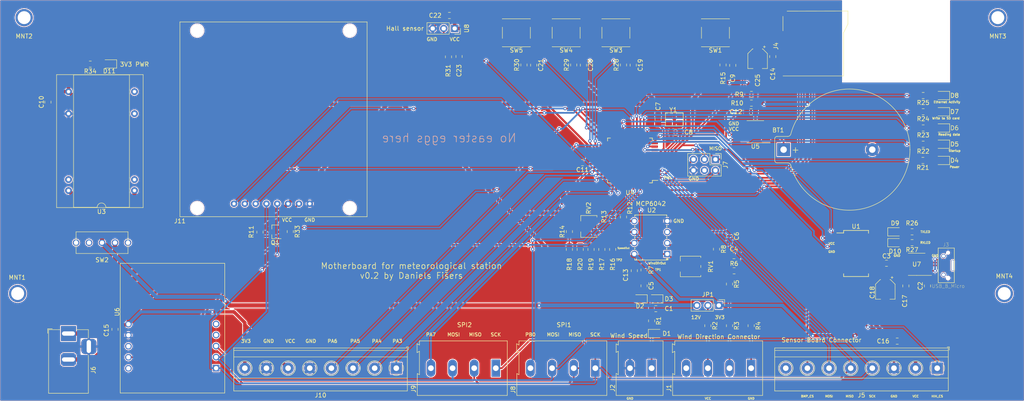
<source format=kicad_pcb>
(kicad_pcb (version 20171130) (host pcbnew "(5.1.2)-2")
  (layers (0 F.Cu signal) (31 B.Cu signal) (34 B.Paste user) (35 F.Paste user) (36 B.SilkS user) (37 F.SilkS user) (38 B.Mask user) (39 F.Mask user) (44 Edge.Cuts user))
  (net 0 "")
  (net 1 "Net-(BT1-Pad1)")
  (net 2 GND)
  (net 3 "Net-(C1-Pad1)")
  (net 4 "Net-(C17-Pad2)")
  (net 5 "Net-(C3-Pad1)")
  (net 6 "Net-(C4-Pad2)")
  (net 7 "Net-(C5-Pad1)")
  (net 8 "Net-(C6-Pad1)")
  (net 9 "Net-(C7-Pad2)")
  (net 10 "Net-(C8-Pad2)")
  (net 11 RST)
  (net 12 VCC)
  (net 13 PC6)
  (net 14 PC7)
  (net 15 PC4)
  (net 16 PA2)
  (net 17 "Net-(D1-Pad1)")
  (net 18 "Net-(D4-Pad2)")
  (net 19 "Net-(D5-Pad2)")
  (net 20 "Net-(D6-Pad2)")
  (net 21 "Net-(D7-Pad2)")
  (net 22 "Net-(D8-Pad2)")
  (net 23 "Net-(D9-Pad2)")
  (net 24 "Net-(D9-Pad1)")
  (net 25 "Net-(D10-Pad2)")
  (net 26 "Net-(D10-Pad1)")
  (net 27 "Net-(J1-Pad3)")
  (net 28 "Net-(J1-Pad2)")
  (net 29 "Net-(J1-Pad1)")
  (net 30 "Net-(J3-Pad3)")
  (net 31 "Net-(J3-Pad4)")
  (net 32 "Net-(J3-Pad2)")
  (net 33 MISO)
  (net 34 SCK)
  (net 35 MOSI)
  (net 36 /SD_CS)
  (net 37 "Net-(J4-Pad1)")
  (net 38 "Net-(J4-Pad8)")
  (net 39 /BMP_CS)
  (net 40 /HIH_CS)
  (net 41 "Net-(J6-Pad2)")
  (net 42 "Net-(J6-Pad1)")
  (net 43 "Net-(J7-Pad4)")
  (net 44 PB0)
  (net 45 PA7)
  (net 46 PC2)
  (net 47 PA6)
  (net 48 PA5)
  (net 49 PA4)
  (net 50 PA3)
  (net 51 "Net-(J11-Pad7)")
  (net 52 PC3)
  (net 53 PC5)
  (net 54 12V)
  (net 55 "Net-(JP1-Pad2)")
  (net 56 "Net-(R3-Pad1)")
  (net 57 "Net-(R7-Pad1)")
  (net 58 "Net-(R9-Pad1)")
  (net 59 "Net-(R10-Pad2)")
  (net 60 dirOUT)
  (net 61 "Net-(R12-Pad1)")
  (net 62 "Net-(R14-Pad2)")
  (net 63 "Net-(R14-Pad1)")
  (net 64 speedOUT)
  (net 65 "Net-(R16-Pad1)")
  (net 66 "Net-(R17-Pad1)")
  (net 67 "Net-(R18-Pad1)")
  (net 68 "Net-(R19-Pad1)")
  (net 69 "Net-(R21-Pad2)")
  (net 70 "Net-(R22-Pad2)")
  (net 71 "Net-(R23-Pad2)")
  (net 72 "Net-(R24-Pad2)")
  (net 73 "Net-(R25-Pad2)")
  (net 74 "Net-(R31-Pad1)")
  (net 75 "Net-(U1-Pad28)")
  (net 76 "Net-(U1-Pad27)")
  (net 77 "Net-(U1-Pad19)")
  (net 78 "Net-(U1-Pad16)")
  (net 79 "Net-(U1-Pad15)")
  (net 80 "Net-(U1-Pad14)")
  (net 81 "Net-(U1-Pad13)")
  (net 82 "Net-(U1-Pad12)")
  (net 83 "Net-(U1-Pad11)")
  (net 84 "Net-(U1-Pad10)")
  (net 85 "Net-(U1-Pad9)")
  (net 86 "Net-(U1-Pad6)")
  (net 87 RXD)
  (net 88 "Net-(U1-Pad3)")
  (net 89 TXD)
  (net 90 /ETHER_CS)
  (net 91 "Net-(U5-Pad4)")
  (net 92 "Net-(U5-Pad3)")
  (net 93 "Net-(U5-Pad1)")
  (net 94 "Net-(U6-Pad6)")
  (net 95 "Net-(U6-Pad8)")
  (net 96 "Net-(U6-Pad5)")
  (net 97 "Net-(U6-Pad4)")
  (net 98 "Net-(R8-Pad1)")
  (net 99 "Net-(Q1-Pad1)")
  (net 100 PD7)
  (net 101 "Net-(D11-Pad2)")
  (module Capacitor_SMD:CP_Elec_4x5.4 (layer F.Cu) (at 212.5 43.5 270)
    (fp_text reference C25 (at 5 0 90) (layer F.SilkS))
    (fp_text value 4.7uF)
    (pad 2 smd roundrect (at 1.8 0 270) (size 2.6 1.6) (layers F.Cu F.Paste F.Mask) (roundrect_rratio 0.15625) (net 2 GND))
    (pad 1 smd roundrect (at -1.8 0 270) (size 2.6 1.6) (layers F.Cu F.Paste F.Mask) (roundrect_rratio 0.15625) (net 12 VCC))
  )
  (module Connector_Card:microSD_HC_Hirose_DM3AT-SF-PEJM5 (layer F.Cu) (at 226.25 40.5 90)
    (fp_text reference J4 (at -0.075 -9.525 90) (layer F.SilkS))
    (fp_text value Micro_SD_Card)
    (pad 7 smd rect (at -3.825 -7.725 90) (size 0.7 1.2) (layers F.Cu F.Paste F.Mask) (net 33 MISO))
    (pad 6 smd rect (at -2.725 -7.725 90) (size 0.7 1.2) (layers F.Cu F.Paste F.Mask) (net 2 GND))
    (pad 5 smd rect (at -1.625 -7.725 90) (size 0.7 1.2) (layers F.Cu F.Paste F.Mask) (net 34 SCK))
    (pad 4 smd rect (at -0.525 -7.725 90) (size 0.7 1.2) (layers F.Cu F.Paste F.Mask) (net 12 VCC))
    (pad 3 smd rect (at 0.575 -7.725 90) (size 0.7 1.2) (layers F.Cu F.Paste F.Mask) (net 35 MOSI))
    (pad 2 smd rect (at 1.675 -7.725 90) (size 0.7 1.2) (layers F.Cu F.Paste F.Mask) (net 36 /SD_CS))
    (pad 1 smd rect (at 2.775 -7.725 90) (size 0.7 1.2) (layers F.Cu F.Paste F.Mask) (net 37 "Net-(J4-Pad1)"))
    (pad 8 smd rect (at -4.925 -7.725 90) (size 0.7 1.2) (layers F.Cu F.Paste F.Mask) (net 38 "Net-(J4-Pad8)"))
    (pad 9 smd rect (at -6.05 -7.725 90) (size 0.7 1.2) (layers F.Cu F.Paste F.Mask) (net 2 GND))
    (pad 9 smd rect (at -7.6 -7.6 90) (size 1 1) (layers F.Cu F.Paste F.Mask) (net 2 GND))
    (pad 9 smd rect (at 7.6 -7.6 90) (size 1 1) (layers F.Cu F.Paste F.Mask) (net 2 GND))
    (pad 9 smd rect (at -7.6 2.4 90) (size 1 2) (layers F.Cu F.Paste F.Mask) (net 2 GND))
    (pad 9 smd rect (at 8.8 2.4 90) (size 1 2) (layers F.Cu F.Paste F.Mask) (net 2 GND))
  )
  (module Capacitor_SMD:C_0805_2012Metric_Pad1.15x1.40mm_HandSolder (layer F.Cu) (at 216 43 270)
    (fp_text reference C14 (at 4.025 0 90) (layer F.SilkS))
    (fp_text value 100nF)
    (pad 2 smd roundrect (at 1.025 0 270) (size 1.15 1.4) (layers F.Cu F.Paste F.Mask) (roundrect_rratio 0.217391) (net 2 GND))
    (pad 1 smd roundrect (at -1.025 0 270) (size 1.15 1.4) (layers F.Cu F.Paste F.Mask) (roundrect_rratio 0.217391) (net 12 VCC))
  )
  (module Meteo_Footprints:Crystal_SMD (layer F.Cu) (at 193 57.5)
    (fp_text reference Y1 (at 0 -2.2) (layer F.SilkS))
    (fp_text value 16MHZ)
    (pad 4 smd rect (at -1 -0.8) (size 1.4 1.2) (layers F.Cu F.Paste F.Mask) (net 2 GND))
    (pad 3 smd rect (at 1.5 -0.8) (size 1.4 1.2) (layers F.Cu F.Paste F.Mask) (net 10 "Net-(C8-Pad2)"))
    (pad 2 smd rect (at 1.5 0.8) (size 1.4 1.2) (layers F.Cu F.Paste F.Mask) (net 2 GND))
    (pad 1 smd rect (at -1 0.8) (size 1.4 1.2) (layers F.Cu F.Paste F.Mask) (net 9 "Net-(C7-Pad2)"))
  )
  (module Capacitor_SMD:C_0805_2012Metric_Pad1.15x1.40mm_HandSolder (layer F.Cu) (at 193.525 60.5)
    (fp_text reference C8 (at 3.025 0) (layer F.SilkS))
    (fp_text value 22pF)
    (pad 2 smd roundrect (at 1.025 0) (size 1.15 1.4) (layers F.Cu F.Paste F.Mask) (roundrect_rratio 0.217391) (net 10 "Net-(C8-Pad2)"))
    (pad 1 smd roundrect (at -1.025 0) (size 1.15 1.4) (layers F.Cu F.Paste F.Mask) (roundrect_rratio 0.217391) (net 2 GND))
  )
  (module Capacitor_SMD:CP_Elec_4x5.3 (layer F.Cu) (at 242 96.8 270)
    (fp_text reference C18 (at 0.7 3 90) (layer F.SilkS))
    (fp_text value 4.7uF)
    (pad 2 smd roundrect (at 1.8 0 270) (size 2.6 1.6) (layers F.Cu F.Paste F.Mask) (roundrect_rratio 0.15625) (net 2 GND))
    (pad 1 smd roundrect (at -1.8 0 270) (size 2.6 1.6) (layers F.Cu F.Paste F.Mask) (roundrect_rratio 0.15625) (net 4 "Net-(C17-Pad2)"))
  )
  (module Button_Switch_SMD:SW_Push_1P1T_NO_6x6mm_H9.5mm (layer F.Cu) (at 156.75 37.5 180)
    (fp_text reference SW5 (at 0 -4.05) (layer F.SilkS))
    (fp_text value "Page Switch btn")
    (pad 2 smd rect (at 3.975 2.25 180) (size 1.55 1.3) (layers F.Cu F.Paste F.Mask) (net 2 GND))
    (pad 1 smd rect (at 3.975 -2.25 180) (size 1.55 1.3) (layers F.Cu F.Paste F.Mask) (net 15 PC4))
    (pad 1 smd rect (at -3.975 -2.25 180) (size 1.55 1.3) (layers F.Cu F.Paste F.Mask) (net 15 PC4))
    (pad 2 smd rect (at -3.975 2.25 180) (size 1.55 1.3) (layers F.Cu F.Paste F.Mask) (net 2 GND))
  )
  (module Button_Switch_SMD:SW_Push_1P1T_NO_6x6mm_H9.5mm (layer F.Cu) (at 168.25 37.5 180)
    (fp_text reference SW4 (at 0 -4.05) (layer F.SilkS))
    (fp_text value SW_Push)
    (pad 2 smd rect (at 3.975 2.25 180) (size 1.55 1.3) (layers F.Cu F.Paste F.Mask) (net 2 GND))
    (pad 1 smd rect (at 3.975 -2.25 180) (size 1.55 1.3) (layers F.Cu F.Paste F.Mask) (net 14 PC7))
    (pad 1 smd rect (at -3.975 -2.25 180) (size 1.55 1.3) (layers F.Cu F.Paste F.Mask) (net 14 PC7))
    (pad 2 smd rect (at -3.975 2.25 180) (size 1.55 1.3) (layers F.Cu F.Paste F.Mask) (net 2 GND))
  )
  (module Button_Switch_SMD:SW_Push_1P1T_NO_6x6mm_H9.5mm (layer F.Cu) (at 179.75 37.5 180)
    (fp_text reference SW3 (at 0 -4.05) (layer F.SilkS))
    (fp_text value SW_Push)
    (pad 2 smd rect (at 3.975 2.25 180) (size 1.55 1.3) (layers F.Cu F.Paste F.Mask) (net 2 GND))
    (pad 1 smd rect (at 3.975 -2.25 180) (size 1.55 1.3) (layers F.Cu F.Paste F.Mask) (net 13 PC6))
    (pad 1 smd rect (at -3.975 -2.25 180) (size 1.55 1.3) (layers F.Cu F.Paste F.Mask) (net 13 PC6))
    (pad 2 smd rect (at -3.975 2.25 180) (size 1.55 1.3) (layers F.Cu F.Paste F.Mask) (net 2 GND))
  )
  (module Button_Switch_SMD:SW_Push_1P1T_NO_6x6mm_H9.5mm (layer F.Cu) (at 202.75 37.5 180)
    (fp_text reference SW1 (at 0 -4.05) (layer F.SilkS))
    (fp_text value SW_Push)
    (pad 2 smd rect (at 3.975 2.25 180) (size 1.55 1.3) (layers F.Cu F.Paste F.Mask) (net 11 RST))
    (pad 1 smd rect (at 3.975 -2.25 180) (size 1.55 1.3) (layers F.Cu F.Paste F.Mask) (net 2 GND))
    (pad 1 smd rect (at -3.975 -2.25 180) (size 1.55 1.3) (layers F.Cu F.Paste F.Mask) (net 2 GND))
    (pad 2 smd rect (at -3.975 2.25 180) (size 1.55 1.3) (layers F.Cu F.Paste F.Mask) (net 11 RST))
  )
  (module Meteo_Footprints:Nokia_5110_LCD (layer F.Cu) (at 79 80)
    (fp_text reference J11 (at 0 1) (layer F.SilkS))
    (fp_text value "Nokia 5110 LCD")
    (pad 8 thru_hole circle (at 30 -3) (size 1.524 1.524) (drill 0.762) (layers *.Cu *.Mask) (net 2 GND))
    (pad 7 thru_hole circle (at 27.5 -3) (size 1.524 1.524) (drill 0.762) (layers *.Cu *.Mask) (net 51 "Net-(J11-Pad7)"))
    (pad 6 thru_hole circle (at 25 -3) (size 1.524 1.524) (drill 0.762) (layers *.Cu *.Mask) (net 12 VCC))
    (pad 5 thru_hole circle (at 22.5 -3) (size 1.524 1.524) (drill 0.762) (layers *.Cu *.Mask) (net 34 SCK))
    (pad 4 thru_hole circle (at 20 -3) (size 1.524 1.524) (drill 0.762) (layers *.Cu *.Mask) (net 35 MOSI))
    (pad 3 thru_hole circle (at 17.5 -3) (size 1.524 1.524) (drill 0.762) (layers *.Cu *.Mask) (net 52 PC3))
    (pad 2 thru_hole circle (at 15 -3) (size 1.524 1.524) (drill 0.762) (layers *.Cu *.Mask) (net 53 PC5))
    (pad 1 thru_hole circle (at 12.5 -3) (size 1.524 1.524) (drill 0.762) (layers *.Cu *.Mask) (net 46 PC2))
    (pad "" thru_hole circle (at 39.25 -2) (size 3 3) (drill 3) (layers *.Cu *.Mask))
    (pad "" thru_hole circle (at 4 -2) (size 3 3) (drill 3) (layers *.Cu *.Mask))
    (pad "" thru_hole circle (at 4 -43) (size 3 3) (drill 3) (layers *.Cu *.Mask))
    (pad "" thru_hole circle (at 39.25 -43) (size 3 3) (drill 3) (layers *.Cu *.Mask))
  )
  (module MountingHole:MountingHole_3mm_Pad (layer F.Cu) (at 268 34 180)
    (fp_text reference MNT3 (at 0 -4.3) (layer F.SilkS))
    (fp_text value MountingHole_3mm_Pad)
    (pad 3 thru_hole circle (at 0 0 180) (size 4 4) (drill 3) (layers *.Cu *.Mask))
  )
  (module MountingHole:MountingHole_3mm_Pad (layer F.Cu) (at 43 34 180)
    (fp_text reference MNT2 (at 0 -4.3) (layer F.SilkS))
    (fp_text value MountingHole_3mm_Pad)
    (pad 2 thru_hole circle (at 0 0 180) (size 4 4) (drill 3) (layers *.Cu *.Mask))
  )
  (module MountingHole:MountingHole_3mm_Pad (layer F.Cu) (at 41.5 97.75 180)
    (fp_text reference MNT1 (at 0.1 3.7) (layer F.SilkS))
    (fp_text value MountingHole_3mm_Pad)
    (pad 1 thru_hole circle (at 0 0 180) (size 4 4) (drill 3) (layers *.Cu *.Mask))
  )
  (module MountingHole:MountingHole_3mm_Pad (layer F.Cu) (at 269.5 97.75 180)
    (fp_text reference MNT4 (at 0 4) (layer F.SilkS))
    (fp_text value MountingHole_3mm_Pad)
    (pad 4 thru_hole circle (at 0 0 180) (size 4 4) (drill 3) (layers *.Cu *.Mask))
  )
  (module Resistor_SMD:R_0805_2012Metric (layer F.Cu) (at 58.29 44.745 180)
    (fp_text reference R34 (at 0 -1.65) (layer F.SilkS))
    (fp_text value 55)
    (pad 2 smd roundrect (at 0.9375 0 180) (size 0.975 1.4) (layers F.Cu F.Paste F.Mask) (net 12 VCC))
    (pad 1 smd roundrect (at -0.9375 0 180) (size 0.975 1.4) (layers F.Cu F.Paste F.Mask) (net 101 "Net-(D11-Pad2)"))
  )
  (module Diode_SMD:D_0805_2012Metric (layer F.Cu) (at 62.7 44.7 180)
    (fp_text reference D11 (at 0 -1.65) (layer F.SilkS))
    (fp_text value PWR_LED)
    (pad 2 smd roundrect (at 0.9375 0 180) (size 0.975 1.4) (layers F.Cu F.Paste F.Mask) (net 101 "Net-(D11-Pad2)"))
    (pad 1 smd roundrect (at -0.9375 0 180) (size 0.975 1.4) (layers F.Cu F.Paste F.Mask) (net 2 GND))
  )
  (module Battery:BatteryHolder_Keystone_106_1x20mm (layer F.Cu) (at 218.5 64.5)
    (fp_text reference BT1 (at -1.25 -4.5) (layer F.SilkS))
    (fp_text value Battery_Cell)
    (fp_text user + (at 2.75 0) (layer F.SilkS) (effects (font (size 1.5 1.5))))
    (pad 1 thru_hole rect (at 0 0) (size 3 3) (drill 1.5) (layers *.Cu *.Mask) (net 1 "Net-(BT1-Pad1)"))
    (pad 2 thru_hole circle (at 20.49 0) (size 3 3) (drill 1.5) (layers *.Cu *.Mask) (net 2 GND))
  )
  (module TerminalBlock_Phoenix:TerminalBlock_Phoenix_MKDS-1,5-8_1x08_P5.00mm_Horizontal (layer F.Cu) (at 129 115 180)
    (fp_text reference J10 (at 17.5 -6.26) (layer F.SilkS))
    (fp_text value "Free Pins")
    (pad 8 thru_hole circle (at 35 0 180) (size 2.6 2.6) (drill 1.3) (layers *.Cu *.Mask) (net 12 VCC))
    (pad 7 thru_hole circle (at 30 0 180) (size 2.6 2.6) (drill 1.3) (layers *.Cu *.Mask) (net 2 GND))
    (pad 6 thru_hole circle (at 25 0 180) (size 2.6 2.6) (drill 1.3) (layers *.Cu *.Mask) (net 12 VCC))
    (pad 5 thru_hole circle (at 20 0 180) (size 2.6 2.6) (drill 1.3) (layers *.Cu *.Mask) (net 2 GND))
    (pad 4 thru_hole circle (at 15 0 180) (size 2.6 2.6) (drill 1.3) (layers *.Cu *.Mask) (net 47 PA6))
    (pad 3 thru_hole circle (at 10 0 180) (size 2.6 2.6) (drill 1.3) (layers *.Cu *.Mask) (net 48 PA5))
    (pad 2 thru_hole circle (at 5 0 180) (size 2.6 2.6) (drill 1.3) (layers *.Cu *.Mask) (net 49 PA4))
    (pad 1 thru_hole rect (at 0 0 180) (size 2.6 2.6) (drill 1.3) (layers *.Cu *.Mask) (net 50 PA3))
  )
  (module Meteo_Footprints:Test_Pad (layer F.Cu) (at 181.25 88.75 180)
    (fp_text reference TP2 (at 0.75 -1.25) (layer F.SilkS) (effects (font (size 0.5 0.5) (thickness 0.125))))
    (fp_text value WindSpeed)
    (pad 1 smd circle (at 0 0 180) (size 2 2) (layers F.Cu F.Paste F.Mask) (net 64 speedOUT))
  )
  (module Meteo_Footprints:Test_Pad (layer F.Cu) (at 191.25 92.25 180)
    (fp_text reference TP1 (at 1.75 0) (layer F.SilkS) (effects (font (size 0.5 0.5) (thickness 0.125))))
    (fp_text value WindDir)
    (pad 1 smd circle (at 0 0 180) (size 2 2) (layers F.Cu F.Paste F.Mask) (net 60 dirOUT))
  )
  (module Meteo_Footprints:KYCON_KMMVX-SMT-BS-BTR (layer F.Cu) (at 256.5 91.25 270)
    (fp_text reference J3 (at -4.76606 0.46879) (layer F.SilkS) (effects (font (size 0.801354 0.801354) (thickness 0.05))))
    (fp_text value USB_B_Micro (at 4.79393 -0.040015) (layer F.SilkS) (effects (font (size 0.800323 0.800323) (thickness 0.05))))
    (pad 1 smd rect (at -1.3 1.35 270) (size 0.45 1.5) (layers F.Cu F.Paste F.Mask) (net 4 "Net-(C17-Pad2)"))
    (pad 2 smd rect (at -0.65 1.35 270) (size 0.45 1.5) (layers F.Cu F.Paste F.Mask) (net 32 "Net-(J3-Pad2)"))
    (pad 3 smd rect (at 0 1.35 270) (size 0.45 1.5) (layers F.Cu F.Paste F.Mask) (net 30 "Net-(J3-Pad3)"))
    (pad 4 smd rect (at 0.65 1.35 270) (size 0.45 1.5) (layers F.Cu F.Paste F.Mask) (net 31 "Net-(J3-Pad4)"))
    (pad 5 smd rect (at 1.3 1.35 270) (size 0.45 1.5) (layers F.Cu F.Paste F.Mask) (net 2 GND))
    (pad P1 thru_hole circle (at -2.15 1.05 270) (size 1 1) (drill 0.7) (layers *.Cu *.Mask))
    (pad P2 thru_hole circle (at 2.15 1.05 270) (size 1 1) (drill 0.7) (layers *.Cu *.Mask))
    (pad "" np_thru_hole circle (at -2.925 0 270) (size 0.6 0.6) (drill 0.6) (layers *.Cu *.Mask))
    (pad "" np_thru_hole circle (at 2.925 0 270) (size 0.75 0.75) (drill 0.75) (layers *.Cu *.Mask))
    (pad Hole thru_hole oval (at 0 -1.05 270) (size 2.6 0.7) (drill oval 2.4 0.5) (layers *.Cu *.Mask))
  )
  (module Resistor_SMD:R_0805_2012Metric (layer F.Cu) (at 97.5 83.5625 270)
    (fp_text reference R11 (at -0.0625 2 90) (layer F.SilkS))
    (fp_text value 100k)
    (pad 2 smd roundrect (at 0.9375 0 270) (size 0.975 1.4) (layers F.Cu F.Paste F.Mask) (net 99 "Net-(Q1-Pad1)"))
    (pad 1 smd roundrect (at -0.9375 0 270) (size 0.975 1.4) (layers F.Cu F.Paste F.Mask) (net 12 VCC))
  )
  (module Capacitor_SMD:C_0805_2012Metric_Pad1.15x1.40mm_HandSolder (layer F.Cu) (at 244.75 108.75 180)
    (fp_text reference C16 (at 3.25 0) (layer F.SilkS))
    (fp_text value 100nF)
    (pad 2 smd roundrect (at 1.025 0 180) (size 1.15 1.4) (layers F.Cu F.Paste F.Mask) (roundrect_rratio 0.217391) (net 2 GND))
    (pad 1 smd roundrect (at -1.025 0 180) (size 1.15 1.4) (layers F.Cu F.Paste F.Mask) (roundrect_rratio 0.217391) (net 12 VCC))
  )
  (module Package_SO:SOIC-8_3.9x4.9mm_P1.27mm (layer F.Cu) (at 211.975 60.365 180)
    (fp_text reference U5 (at 0 -3.4) (layer F.SilkS))
    (fp_text value DS3231MZ)
    (pad 8 smd roundrect (at 2.475 -1.905 180) (size 1.95 0.6) (layers F.Cu F.Paste F.Mask) (net 58 "Net-(R9-Pad1)"))
    (pad 7 smd roundrect (at 2.475 -0.635 180) (size 1.95 0.6) (layers F.Cu F.Paste F.Mask) (net 59 "Net-(R10-Pad2)"))
    (pad 6 smd roundrect (at 2.475 0.635 180) (size 1.95 0.6) (layers F.Cu F.Paste F.Mask) (net 12 VCC))
    (pad 5 smd roundrect (at 2.475 1.905 180) (size 1.95 0.6) (layers F.Cu F.Paste F.Mask) (net 2 GND))
    (pad 4 smd roundrect (at -2.475 1.905 180) (size 1.95 0.6) (layers F.Cu F.Paste F.Mask) (net 91 "Net-(U5-Pad4)"))
    (pad 3 smd roundrect (at -2.475 0.635 180) (size 1.95 0.6) (layers F.Cu F.Paste F.Mask) (net 92 "Net-(U5-Pad3)"))
    (pad 2 smd roundrect (at -2.475 -0.635 180) (size 1.95 0.6) (layers F.Cu F.Paste F.Mask) (net 1 "Net-(BT1-Pad1)"))
    (pad 1 smd roundrect (at -2.475 -1.905 180) (size 1.95 0.6) (layers F.Cu F.Paste F.Mask) (net 93 "Net-(U5-Pad1)"))
  )
  (module Resistor_SMD:R_0805_2012Metric (layer F.Cu) (at 104.5 83.4375 270)
    (fp_text reference R33 (at 0 -1.65 90) (layer F.SilkS))
    (fp_text value 27)
    (pad 2 smd roundrect (at 0.9375 0 270) (size 0.975 1.4) (layers F.Cu F.Paste F.Mask) (net 99 "Net-(Q1-Pad1)"))
    (pad 1 smd roundrect (at -0.9375 0 270) (size 0.975 1.4) (layers F.Cu F.Paste F.Mask) (net 100 PD7))
  )
  (module Package_TO_SOT_SMD:SOT-23 (layer F.Cu) (at 101 83.5 180)
    (fp_text reference Q1 (at 0 -2.5) (layer F.SilkS))
    (fp_text value IRLML2060)
    (pad 3 smd rect (at 1 0 180) (size 0.9 0.8) (layers F.Cu F.Paste F.Mask) (net 12 VCC))
    (pad 2 smd rect (at -1 0.95 180) (size 0.9 0.8) (layers F.Cu F.Paste F.Mask) (net 51 "Net-(J11-Pad7)"))
    (pad 1 smd rect (at -1 -0.95 180) (size 0.9 0.8) (layers F.Cu F.Paste F.Mask) (net 99 "Net-(Q1-Pad1)"))
  )
  (module "Meteo footprint:Switch_ON_OFF" (layer F.Cu) (at 61 86 180)
    (fp_text reference SW2 (at 0 -4) (layer F.SilkS))
    (fp_text value SW_SPST)
    (pad 3 thru_hole oval (at 3 0 180) (size 1.524 1.524) (drill 1) (layers *.Cu *.Mask))
    (pad "" thru_hole oval (at 6 0 180) (size 1.524 1.524) (drill 1) (layers *.Cu *.Mask))
    (pad 2 thru_hole oval (at 0 0 180) (size 1.524 1.524) (drill 1) (layers *.Cu *.Mask) (net 54 12V))
    (pad 1 thru_hole oval (at -3 0 180) (size 1.524 1.524) (drill 1) (layers *.Cu *.Mask) (net 42 "Net-(J6-Pad1)"))
    (pad "" thru_hole oval (at -6 0 180) (size 1.524 1.524) (drill 1) (layers *.Cu *.Mask))
  )
  (module Meteo_Footprints:ENC28J60 (layer F.Cu) (at 77 106.25 90)
    (fp_text reference U6 (at 4.25 -12.5 90) (layer F.SilkS))
    (fp_text value ENC28J60)
    (pad 7 thru_hole circle (at -6.23 -9.9 90) (size 1.524 1.524) (drill 1) (layers *.Cu *.Mask) (net 90 /ETHER_CS))
    (pad 10 thru_hole circle (at 1.42 -9.9 90) (size 1.524 1.524) (drill 1) (layers *.Cu *.Mask) (net 12 VCC))
    (pad 6 thru_hole circle (at -8.78 -9.9 90) (size 1.524 1.524) (drill 1) (layers *.Cu *.Mask) (net 94 "Net-(U6-Pad6)"))
    (pad 8 thru_hole circle (at -3.68 -9.9 90) (size 1.524 1.524) (drill 1) (layers *.Cu *.Mask) (net 95 "Net-(U6-Pad8)"))
    (pad 9 thru_hole circle (at -1.13 -9.9 90) (size 1.524 1.524) (drill 1) (layers *.Cu *.Mask) (net 2 GND))
    (pad 5 thru_hole circle (at 1.46 10.36 90) (size 1.524 1.524) (drill 1) (layers *.Cu *.Mask) (net 96 "Net-(U6-Pad5)"))
    (pad 4 thru_hole circle (at -1.09 10.36 90) (size 1.524 1.524) (drill 1) (layers *.Cu *.Mask) (net 97 "Net-(U6-Pad4)"))
    (pad 3 thru_hole circle (at -3.64 10.36 90) (size 1.524 1.524) (drill 1) (layers *.Cu *.Mask) (net 33 MISO))
    (pad 2 thru_hole circle (at -6.19 10.36 90) (size 1.524 1.524) (drill 1) (layers *.Cu *.Mask) (net 35 MOSI))
    (pad 1 thru_hole rect (at -8.74 10.36 90) (size 1.524 1.524) (drill 1) (layers *.Cu *.Mask) (net 34 SCK))
  )
  (module Meteo_Footprints:SCWN03A (layer F.Cu) (at 68.5 76.5 180)
    (fp_text reference U3 (at 7.62 -2.33) (layer F.SilkS))
    (fp_text value SCWN03A-03)
    (pad 23 thru_hole oval (at 15.24 2.54 180) (size 1.6 1.6) (drill 0.8) (layers *.Cu *.Mask) (net 54 12V))
    (pad 11 thru_hole oval (at 0 25.4 180) (size 1.6 1.6) (drill 0.8) (layers *.Cu *.Mask))
    (pad 22 thru_hole oval (at 15.24 5.08 180) (size 1.6 1.6) (drill 0.8) (layers *.Cu *.Mask))
    (pad 9 thru_hole oval (at 0 20.32 180) (size 1.6 1.6) (drill 0.8) (layers *.Cu *.Mask))
    (pad 16 thru_hole oval (at 15.24 20.32 180) (size 1.6 1.6) (drill 0.8) (layers *.Cu *.Mask) (net 2 GND))
    (pad 3 thru_hole oval (at 0 5.08 180) (size 1.6 1.6) (drill 0.8) (layers *.Cu *.Mask))
    (pad 14 thru_hole oval (at 15.24 25.4 180) (size 1.6 1.6) (drill 0.8) (layers *.Cu *.Mask) (net 12 VCC))
    (pad 2 thru_hole oval (at 0 2.54 180) (size 1.6 1.6) (drill 0.8) (layers *.Cu *.Mask) (net 41 "Net-(J6-Pad2)"))
  )
  (module Meteo_Footprints:MCP6042-E&slash_P (layer F.Cu) (at 184 81 180)
    (fp_text reference U2 (at -4 2.5) (layer F.SilkS))
    (fp_text value MCP6042 (at -3.81 4) (layer F.SilkS))
    (fp_text user * (at -7.62 -9.1313) (layer F.SilkS))
    (fp_text user * (at -7.62 -9.1313) (layer F.SilkS))
    (pad 8 thru_hole circle (at 0 -7.62 180) (size 1.4986 1.4986) (drill 0.9906) (layers *.Cu *.Mask) (net 12 VCC))
    (pad 7 thru_hole circle (at 0 -5.08 180) (size 1.4986 1.4986) (drill 0.9906) (layers *.Cu *.Mask) (net 64 speedOUT))
    (pad 6 thru_hole circle (at 0 -2.54 180) (size 1.4986 1.4986) (drill 0.9906) (layers *.Cu *.Mask) (net 57 "Net-(R7-Pad1)"))
    (pad 5 thru_hole circle (at 0 0 180) (size 1.4986 1.4986) (drill 0.9906) (layers *.Cu *.Mask) (net 61 "Net-(R12-Pad1)"))
    (pad 4 thru_hole circle (at -7.62 0 180) (size 1.4986 1.4986) (drill 0.9906) (layers *.Cu *.Mask) (net 2 GND))
    (pad 3 thru_hole circle (at -7.62 -2.54 180) (size 1.4986 1.4986) (drill 0.9906) (layers *.Cu *.Mask) (net 8 "Net-(C6-Pad1)"))
    (pad 2 thru_hole circle (at -7.62 -5.08 180) (size 1.4986 1.4986) (drill 0.9906) (layers *.Cu *.Mask) (net 98 "Net-(R8-Pad1)"))
    (pad 1 thru_hole rect (at -7.62 -7.62 180) (size 1.4986 1.4986) (drill 0.9906) (layers *.Cu *.Mask) (net 60 dirOUT))
  )
  (module Package_SO:SOIC-8_3.9x4.9mm_P1.27mm (layer F.Cu) (at 249.25 91 180)
    (fp_text reference U7 (at 0 0) (layer F.SilkS))
    (fp_text value USB6B1)
    (pad 8 smd roundrect (at 2.475 -1.905 180) (size 1.95 0.6) (layers F.Cu F.Paste F.Mask) (net 4 "Net-(C17-Pad2)"))
    (pad 7 smd roundrect (at 2.475 -0.635 180) (size 1.95 0.6) (layers F.Cu F.Paste F.Mask) (net 79 "Net-(U1-Pad15)"))
    (pad 6 smd roundrect (at 2.475 0.635 180) (size 1.95 0.6) (layers F.Cu F.Paste F.Mask) (net 78 "Net-(U1-Pad16)"))
    (pad 5 smd roundrect (at 2.475 1.905 180) (size 1.95 0.6) (layers F.Cu F.Paste F.Mask) (net 2 GND))
    (pad 4 smd roundrect (at -2.475 1.905 180) (size 1.95 0.6) (layers F.Cu F.Paste F.Mask) (net 2 GND))
    (pad 3 smd roundrect (at -2.475 0.635 180) (size 1.95 0.6) (layers F.Cu F.Paste F.Mask) (net 32 "Net-(J3-Pad2)"))
    (pad 2 smd roundrect (at -2.475 -0.635 180) (size 1.95 0.6) (layers F.Cu F.Paste F.Mask) (net 30 "Net-(J3-Pad3)"))
    (pad 1 smd roundrect (at -2.475 -1.905 180) (size 1.95 0.6) (layers F.Cu F.Paste F.Mask) (net 4 "Net-(C17-Pad2)"))
  )
  (module Package_QFP:TQFP-44_10x10mm_P0.8mm (layer F.Cu) (at 183 67 180)
    (fp_text reference U4 (at 0 -7.45) (layer F.SilkS))
    (fp_text value ATmega1284P-AU)
    (pad 44 smd rect (at -4 -5.7 270) (size 1.5 0.55) (layers F.Cu F.Paste F.Mask) (net 40 /HIH_CS))
    (pad 43 smd rect (at -3.2 -5.7 270) (size 1.5 0.55) (layers F.Cu F.Paste F.Mask) (net 39 /BMP_CS))
    (pad 42 smd rect (at -2.4 -5.7 270) (size 1.5 0.55) (layers F.Cu F.Paste F.Mask) (net 90 /ETHER_CS))
    (pad 41 smd rect (at -1.6 -5.7 270) (size 1.5 0.55) (layers F.Cu F.Paste F.Mask) (net 36 /SD_CS))
    (pad 40 smd rect (at -0.8 -5.7 270) (size 1.5 0.55) (layers F.Cu F.Paste F.Mask) (net 44 PB0))
    (pad 39 smd rect (at 0 -5.7 270) (size 1.5 0.55) (layers F.Cu F.Paste F.Mask) (net 2 GND))
    (pad 38 smd rect (at 0.8 -5.7 270) (size 1.5 0.55) (layers F.Cu F.Paste F.Mask) (net 12 VCC))
    (pad 37 smd rect (at 1.6 -5.7 270) (size 1.5 0.55) (layers F.Cu F.Paste F.Mask) (net 60 dirOUT))
    (pad 36 smd rect (at 2.4 -5.7 270) (size 1.5 0.55) (layers F.Cu F.Paste F.Mask) (net 64 speedOUT))
    (pad 35 smd rect (at 3.2 -5.7 270) (size 1.5 0.55) (layers F.Cu F.Paste F.Mask) (net 16 PA2))
    (pad 34 smd rect (at 4 -5.7 270) (size 1.5 0.55) (layers F.Cu F.Paste F.Mask) (net 50 PA3))
    (pad 33 smd rect (at 5.7 -4 180) (size 1.5 0.55) (layers F.Cu F.Paste F.Mask) (net 49 PA4))
    (pad 32 smd rect (at 5.7 -3.2 180) (size 1.5 0.55) (layers F.Cu F.Paste F.Mask) (net 48 PA5))
    (pad 31 smd rect (at 5.7 -2.4 180) (size 1.5 0.55) (layers F.Cu F.Paste F.Mask) (net 47 PA6))
    (pad 30 smd rect (at 5.7 -1.6 180) (size 1.5 0.55) (layers F.Cu F.Paste F.Mask) (net 45 PA7))
    (pad 29 smd rect (at 5.7 -0.8 180) (size 1.5 0.55) (layers F.Cu F.Paste F.Mask) (net 12 VCC))
    (pad 28 smd rect (at 5.7 0 180) (size 1.5 0.55) (layers F.Cu F.Paste F.Mask) (net 2 GND))
    (pad 27 smd rect (at 5.7 0.8 180) (size 1.5 0.55) (layers F.Cu F.Paste F.Mask) (net 12 VCC))
    (pad 26 smd rect (at 5.7 1.6 180) (size 1.5 0.55) (layers F.Cu F.Paste F.Mask) (net 14 PC7))
    (pad 25 smd rect (at 5.7 2.4 180) (size 1.5 0.55) (layers F.Cu F.Paste F.Mask) (net 13 PC6))
    (pad 24 smd rect (at 5.7 3.2 180) (size 1.5 0.55) (layers F.Cu F.Paste F.Mask) (net 53 PC5))
    (pad 23 smd rect (at 5.7 4 180) (size 1.5 0.55) (layers F.Cu F.Paste F.Mask) (net 15 PC4))
    (pad 22 smd rect (at 4 5.7 270) (size 1.5 0.55) (layers F.Cu F.Paste F.Mask) (net 52 PC3))
    (pad 21 smd rect (at 3.2 5.7 270) (size 1.5 0.55) (layers F.Cu F.Paste F.Mask) (net 46 PC2))
    (pad 20 smd rect (at 2.4 5.7 270) (size 1.5 0.55) (layers F.Cu F.Paste F.Mask) (net 59 "Net-(R10-Pad2)"))
    (pad 19 smd rect (at 1.6 5.7 270) (size 1.5 0.55) (layers F.Cu F.Paste F.Mask) (net 58 "Net-(R9-Pad1)"))
    (pad 18 smd rect (at 0.8 5.7 270) (size 1.5 0.55) (layers F.Cu F.Paste F.Mask) (net 2 GND))
    (pad 17 smd rect (at 0 5.7 270) (size 1.5 0.55) (layers F.Cu F.Paste F.Mask) (net 12 VCC))
    (pad 16 smd rect (at -0.8 5.7 270) (size 1.5 0.55) (layers F.Cu F.Paste F.Mask) (net 100 PD7))
    (pad 15 smd rect (at -1.6 5.7 270) (size 1.5 0.55) (layers F.Cu F.Paste F.Mask) (net 73 "Net-(R25-Pad2)"))
    (pad 14 smd rect (at -2.4 5.7 270) (size 1.5 0.55) (layers F.Cu F.Paste F.Mask) (net 72 "Net-(R24-Pad2)"))
    (pad 13 smd rect (at -3.2 5.7 270) (size 1.5 0.55) (layers F.Cu F.Paste F.Mask) (net 71 "Net-(R23-Pad2)"))
    (pad 12 smd rect (at -4 5.7 270) (size 1.5 0.55) (layers F.Cu F.Paste F.Mask) (net 70 "Net-(R22-Pad2)"))
    (pad 11 smd rect (at -5.7 4 180) (size 1.5 0.55) (layers F.Cu F.Paste F.Mask) (net 69 "Net-(R21-Pad2)"))
    (pad 10 smd rect (at -5.7 3.2 180) (size 1.5 0.55) (layers F.Cu F.Paste F.Mask) (net 89 TXD))
    (pad 9 smd rect (at -5.7 2.4 180) (size 1.5 0.55) (layers F.Cu F.Paste F.Mask) (net 87 RXD))
    (pad 8 smd rect (at -5.7 1.6 180) (size 1.5 0.55) (layers F.Cu F.Paste F.Mask) (net 9 "Net-(C7-Pad2)"))
    (pad 7 smd rect (at -5.7 0.8 180) (size 1.5 0.55) (layers F.Cu F.Paste F.Mask) (net 10 "Net-(C8-Pad2)"))
    (pad 6 smd rect (at -5.7 0 180) (size 1.5 0.55) (layers F.Cu F.Paste F.Mask) (net 2 GND))
    (pad 5 smd rect (at -5.7 -0.8 180) (size 1.5 0.55) (layers F.Cu F.Paste F.Mask) (net 12 VCC))
    (pad 4 smd rect (at -5.7 -1.6 180) (size 1.5 0.55) (layers F.Cu F.Paste F.Mask) (net 11 RST))
    (pad 3 smd rect (at -5.7 -2.4 180) (size 1.5 0.55) (layers F.Cu F.Paste F.Mask) (net 34 SCK))
    (pad 2 smd rect (at -5.7 -3.2 180) (size 1.5 0.55) (layers F.Cu F.Paste F.Mask) (net 33 MISO))
    (pad 1 smd rect (at -5.7 -4 180) (size 1.5 0.55) (layers F.Cu F.Paste F.Mask) (net 35 MOSI))
  )
  (module Package_SO:SSOP-28_5.3x10.2mm_P0.65mm (layer F.Cu) (at 235.25 88.5)
    (fp_text reference U1 (at 0 -6.25) (layer F.SilkS))
    (fp_text value FT232RL)
    (pad 28 smd rect (at 3.6 -4.225) (size 1.75 0.45) (layers F.Cu F.Paste F.Mask) (net 75 "Net-(U1-Pad28)"))
    (pad 27 smd rect (at 3.6 -3.575) (size 1.75 0.45) (layers F.Cu F.Paste F.Mask) (net 76 "Net-(U1-Pad27)"))
    (pad 26 smd rect (at 3.6 -2.925) (size 1.75 0.45) (layers F.Cu F.Paste F.Mask) (net 2 GND))
    (pad 25 smd rect (at 3.6 -2.275) (size 1.75 0.45) (layers F.Cu F.Paste F.Mask) (net 2 GND))
    (pad 24 smd rect (at 3.6 -1.625) (size 1.75 0.45) (layers F.Cu F.Paste F.Mask))
    (pad 23 smd rect (at 3.6 -0.975) (size 1.75 0.45) (layers F.Cu F.Paste F.Mask) (net 24 "Net-(D9-Pad1)"))
    (pad 22 smd rect (at 3.6 -0.325) (size 1.75 0.45) (layers F.Cu F.Paste F.Mask) (net 26 "Net-(D10-Pad1)"))
    (pad 21 smd rect (at 3.6 0.325) (size 1.75 0.45) (layers F.Cu F.Paste F.Mask) (net 2 GND))
    (pad 20 smd rect (at 3.6 0.975) (size 1.75 0.45) (layers F.Cu F.Paste F.Mask) (net 4 "Net-(C17-Pad2)"))
    (pad 19 smd rect (at 3.6 1.625) (size 1.75 0.45) (layers F.Cu F.Paste F.Mask) (net 77 "Net-(U1-Pad19)"))
    (pad 18 smd rect (at 3.6 2.275) (size 1.75 0.45) (layers F.Cu F.Paste F.Mask) (net 2 GND))
    (pad 17 smd rect (at 3.6 2.925) (size 1.75 0.45) (layers F.Cu F.Paste F.Mask) (net 5 "Net-(C3-Pad1)"))
    (pad 16 smd rect (at 3.6 3.575) (size 1.75 0.45) (layers F.Cu F.Paste F.Mask) (net 78 "Net-(U1-Pad16)"))
    (pad 15 smd rect (at 3.6 4.225) (size 1.75 0.45) (layers F.Cu F.Paste F.Mask) (net 79 "Net-(U1-Pad15)"))
    (pad 14 smd rect (at -3.6 4.225) (size 1.75 0.45) (layers F.Cu F.Paste F.Mask) (net 80 "Net-(U1-Pad14)"))
    (pad 13 smd rect (at -3.6 3.575) (size 1.75 0.45) (layers F.Cu F.Paste F.Mask) (net 81 "Net-(U1-Pad13)"))
    (pad 12 smd rect (at -3.6 2.925) (size 1.75 0.45) (layers F.Cu F.Paste F.Mask) (net 82 "Net-(U1-Pad12)"))
    (pad 11 smd rect (at -3.6 2.275) (size 1.75 0.45) (layers F.Cu F.Paste F.Mask) (net 83 "Net-(U1-Pad11)"))
    (pad 10 smd rect (at -3.6 1.625) (size 1.75 0.45) (layers F.Cu F.Paste F.Mask) (net 84 "Net-(U1-Pad10)"))
    (pad 9 smd rect (at -3.6 0.975) (size 1.75 0.45) (layers F.Cu F.Paste F.Mask) (net 85 "Net-(U1-Pad9)"))
    (pad 8 smd rect (at -3.6 0.325) (size 1.75 0.45) (layers F.Cu F.Paste F.Mask))
    (pad 7 smd rect (at -3.6 -0.325) (size 1.75 0.45) (layers F.Cu F.Paste F.Mask) (net 2 GND))
    (pad 6 smd rect (at -3.6 -0.975) (size 1.75 0.45) (layers F.Cu F.Paste F.Mask) (net 86 "Net-(U1-Pad6)"))
    (pad 5 smd rect (at -3.6 -1.625) (size 1.75 0.45) (layers F.Cu F.Paste F.Mask) (net 87 RXD))
    (pad 4 smd rect (at -3.6 -2.275) (size 1.75 0.45) (layers F.Cu F.Paste F.Mask) (net 12 VCC))
    (pad 3 smd rect (at -3.6 -2.925) (size 1.75 0.45) (layers F.Cu F.Paste F.Mask) (net 88 "Net-(U1-Pad3)"))
    (pad 2 smd rect (at -3.6 -3.575) (size 1.75 0.45) (layers F.Cu F.Paste F.Mask) (net 11 RST))
    (pad 1 smd rect (at -3.6 -4.225) (size 1.75 0.45) (layers F.Cu F.Paste F.Mask) (net 89 TXD))
  )
  (module Resistor_SMD:R_0805_2012Metric (layer F.Cu) (at 141.0625 43.0625 270)
    (fp_text reference R31 (at 3.1875 0.0625 90) (layer F.SilkS))
    (fp_text value 10k)
    (pad 2 smd roundrect (at 0.9375 0 270) (size 0.975 1.4) (layers F.Cu F.Paste F.Mask) (net 16 PA2))
    (pad 1 smd roundrect (at -0.9375 0 270) (size 0.975 1.4) (layers F.Cu F.Paste F.Mask) (net 74 "Net-(R31-Pad1)"))
  )
  (module Resistor_SMD:R_0805_2012Metric (layer F.Cu) (at 158.5 44.9375 90)
    (fp_text reference R30 (at 0 -1.65 90) (layer F.SilkS))
    (fp_text value 100k)
    (pad 2 smd roundrect (at 0.9375 0 90) (size 0.975 1.4) (layers F.Cu F.Paste F.Mask) (net 15 PC4))
    (pad 1 smd roundrect (at -0.9375 0 90) (size 0.975 1.4) (layers F.Cu F.Paste F.Mask) (net 12 VCC))
  )
  (module Resistor_SMD:R_0805_2012Metric (layer F.Cu) (at 170 44.9375 90)
    (fp_text reference R29 (at 0 -1.65 90) (layer F.SilkS))
    (fp_text value 100k)
    (pad 2 smd roundrect (at 0.9375 0 90) (size 0.975 1.4) (layers F.Cu F.Paste F.Mask) (net 14 PC7))
    (pad 1 smd roundrect (at -0.9375 0 90) (size 0.975 1.4) (layers F.Cu F.Paste F.Mask) (net 12 VCC))
  )
  (module Resistor_SMD:R_0805_2012Metric (layer F.Cu) (at 181.5 44.9375 90)
    (fp_text reference R28 (at 0 -1.65 90) (layer F.SilkS))
    (fp_text value 100k)
    (pad 2 smd roundrect (at 0.9375 0 90) (size 0.975 1.4) (layers F.Cu F.Paste F.Mask) (net 13 PC6))
    (pad 1 smd roundrect (at -0.9375 0 90) (size 0.975 1.4) (layers F.Cu F.Paste F.Mask) (net 12 VCC))
  )
  (module Resistor_SMD:R_0805_2012Metric (layer F.Cu) (at 248.1875 86 180)
    (fp_text reference R27 (at 0 -1.65) (layer F.SilkS))
    (fp_text value 55)
    (pad 2 smd roundrect (at 0.9375 0 180) (size 0.975 1.4) (layers F.Cu F.Paste F.Mask) (net 25 "Net-(D10-Pad2)"))
    (pad 1 smd roundrect (at -0.9375 0 180) (size 0.975 1.4) (layers F.Cu F.Paste F.Mask) (net 12 VCC))
  )
  (module Resistor_SMD:R_0805_2012Metric (layer F.Cu) (at 248.1875 83.5 180)
    (fp_text reference R26 (at 0 2) (layer F.SilkS))
    (fp_text value 55)
    (pad 2 smd roundrect (at 0.9375 0 180) (size 0.975 1.4) (layers F.Cu F.Paste F.Mask) (net 23 "Net-(D9-Pad2)"))
    (pad 1 smd roundrect (at -0.9375 0 180) (size 0.975 1.4) (layers F.Cu F.Paste F.Mask) (net 12 VCC))
  )
  (module Resistor_SMD:R_0805_2012Metric (layer F.Cu) (at 250.75 52 180)
    (fp_text reference R25 (at 0 -1.65) (layer F.SilkS))
    (fp_text value 55)
    (pad 2 smd roundrect (at 0.9375 0 180) (size 0.975 1.4) (layers F.Cu F.Paste F.Mask) (net 73 "Net-(R25-Pad2)"))
    (pad 1 smd roundrect (at -0.9375 0 180) (size 0.975 1.4) (layers F.Cu F.Paste F.Mask) (net 22 "Net-(D8-Pad2)"))
  )
  (module Resistor_SMD:R_0805_2012Metric (layer F.Cu) (at 250.75 55.75 180)
    (fp_text reference R24 (at 0 -1.65) (layer F.SilkS))
    (fp_text value 55)
    (pad 2 smd roundrect (at 0.9375 0 180) (size 0.975 1.4) (layers F.Cu F.Paste F.Mask) (net 72 "Net-(R24-Pad2)"))
    (pad 1 smd roundrect (at -0.9375 0 180) (size 0.975 1.4) (layers F.Cu F.Paste F.Mask) (net 21 "Net-(D7-Pad2)"))
  )
  (module Resistor_SMD:R_0805_2012Metric (layer F.Cu) (at 250.75 59.5 180)
    (fp_text reference R23 (at 0 -1.65) (layer F.SilkS))
    (fp_text value 55)
    (pad 2 smd roundrect (at 0.9375 0 180) (size 0.975 1.4) (layers F.Cu F.Paste F.Mask) (net 71 "Net-(R23-Pad2)"))
    (pad 1 smd roundrect (at -0.9375 0 180) (size 0.975 1.4) (layers F.Cu F.Paste F.Mask) (net 20 "Net-(D6-Pad2)"))
  )
  (module Resistor_SMD:R_0805_2012Metric (layer F.Cu) (at 250.75 63.25 180)
    (fp_text reference R22 (at 0 -1.65) (layer F.SilkS))
    (fp_text value 55)
    (pad 2 smd roundrect (at 0.9375 0 180) (size 0.975 1.4) (layers F.Cu F.Paste F.Mask) (net 70 "Net-(R22-Pad2)"))
    (pad 1 smd roundrect (at -0.9375 0 180) (size 0.975 1.4) (layers F.Cu F.Paste F.Mask) (net 19 "Net-(D5-Pad2)"))
  )
  (module Resistor_SMD:R_0805_2012Metric (layer F.Cu) (at 250.6875 67 180)
    (fp_text reference R21 (at 0 -1.65) (layer F.SilkS))
    (fp_text value 55)
    (pad 2 smd roundrect (at 0.9375 0 180) (size 0.975 1.4) (layers F.Cu F.Paste F.Mask) (net 69 "Net-(R21-Pad2)"))
    (pad 1 smd roundrect (at -0.9375 0 180) (size 0.975 1.4) (layers F.Cu F.Paste F.Mask) (net 18 "Net-(D4-Pad2)"))
  )
  (module Resistor_SMD:R_0805_2012Metric (layer F.Cu) (at 171.5 87.5625 270)
    (fp_text reference R20 (at 3.4375 0 90) (layer F.SilkS))
    (fp_text value 10M)
    (pad 2 smd roundrect (at 0.9375 0 270) (size 0.975 1.4) (layers F.Cu F.Paste F.Mask) (net 67 "Net-(R18-Pad1)"))
    (pad 1 smd roundrect (at -0.9375 0 270) (size 0.975 1.4) (layers F.Cu F.Paste F.Mask) (net 68 "Net-(R19-Pad1)"))
  )
  (module Resistor_SMD:R_0805_2012Metric (layer F.Cu) (at 174 87.5625 270)
    (fp_text reference R19 (at 3.4375 0 90) (layer F.SilkS))
    (fp_text value 10M)
    (pad 2 smd roundrect (at 0.9375 0 270) (size 0.975 1.4) (layers F.Cu F.Paste F.Mask) (net 66 "Net-(R17-Pad1)"))
    (pad 1 smd roundrect (at -0.9375 0 270) (size 0.975 1.4) (layers F.Cu F.Paste F.Mask) (net 68 "Net-(R19-Pad1)"))
  )
  (module Resistor_SMD:R_0805_2012Metric (layer F.Cu) (at 169 87.5625 90)
    (fp_text reference R18 (at -3.4375 0 90) (layer F.SilkS))
    (fp_text value 10M)
    (pad 2 smd roundrect (at 0.9375 0 90) (size 0.975 1.4) (layers F.Cu F.Paste F.Mask) (net 63 "Net-(R14-Pad1)"))
    (pad 1 smd roundrect (at -0.9375 0 90) (size 0.975 1.4) (layers F.Cu F.Paste F.Mask) (net 67 "Net-(R18-Pad1)"))
  )
  (module Resistor_SMD:R_0805_2012Metric (layer F.Cu) (at 176.5 87.5625 90)
    (fp_text reference R17 (at -3.4375 0 90) (layer F.SilkS))
    (fp_text value 10M)
    (pad 2 smd roundrect (at 0.9375 0 90) (size 0.975 1.4) (layers F.Cu F.Paste F.Mask) (net 65 "Net-(R16-Pad1)"))
    (pad 1 smd roundrect (at -0.9375 0 90) (size 0.975 1.4) (layers F.Cu F.Paste F.Mask) (net 66 "Net-(R17-Pad1)"))
  )
  (module Resistor_SMD:R_0805_2012Metric (layer F.Cu) (at 179 87.5625 270)
    (fp_text reference R16 (at 3.4375 0 90) (layer F.SilkS))
    (fp_text value 10M)
    (pad 2 smd roundrect (at 0.9375 0 270) (size 0.975 1.4) (layers F.Cu F.Paste F.Mask) (net 64 speedOUT))
    (pad 1 smd roundrect (at -0.9375 0 270) (size 0.975 1.4) (layers F.Cu F.Paste F.Mask) (net 65 "Net-(R16-Pad1)"))
  )
  (module Resistor_SMD:R_0805_2012Metric (layer F.Cu) (at 204.5 44.9375 90)
    (fp_text reference R15 (at -3.0625 0 90) (layer F.SilkS))
    (fp_text value 100k)
    (pad 2 smd roundrect (at 0.9375 0 90) (size 0.975 1.4) (layers F.Cu F.Paste F.Mask) (net 11 RST))
    (pad 1 smd roundrect (at -0.9375 0 90) (size 0.975 1.4) (layers F.Cu F.Paste F.Mask) (net 12 VCC))
  )
  (module Resistor_SMD:R_0805_2012Metric (layer F.Cu) (at 169 83.4375 90)
    (fp_text reference R14 (at 0 -1.65 90) (layer F.SilkS))
    (fp_text value 10M)
    (pad 2 smd roundrect (at 0.9375 0 90) (size 0.975 1.4) (layers F.Cu F.Paste F.Mask) (net 62 "Net-(R14-Pad2)"))
    (pad 1 smd roundrect (at -0.9375 0 90) (size 0.975 1.4) (layers F.Cu F.Paste F.Mask) (net 63 "Net-(R14-Pad1)"))
  )
  (module Resistor_SMD:R_0805_2012Metric (layer F.Cu) (at 179 80.0625 270)
    (fp_text reference R13 (at -0.0625 2 90) (layer F.SilkS))
    (fp_text value 100k)
    (pad 2 smd roundrect (at 0.9375 0 270) (size 0.975 1.4) (layers F.Cu F.Paste F.Mask) (net 61 "Net-(R12-Pad1)"))
    (pad 1 smd roundrect (at -0.9375 0 270) (size 0.975 1.4) (layers F.Cu F.Paste F.Mask) (net 12 VCC))
  )
  (module Resistor_SMD:R_0805_2012Metric (layer F.Cu) (at 181.5 80.0625 90)
    (fp_text reference R12 (at 2.0625 1.5 90) (layer F.SilkS))
    (fp_text value 100k)
    (pad 2 smd roundrect (at 0.9375 0 90) (size 0.975 1.4) (layers F.Cu F.Paste F.Mask) (net 2 GND))
    (pad 1 smd roundrect (at -0.9375 0 90) (size 0.975 1.4) (layers F.Cu F.Paste F.Mask) (net 61 "Net-(R12-Pad1)"))
  )
  (module Resistor_SMD:R_0805_2012Metric (layer F.Cu) (at 211.0625 53.75 180)
    (fp_text reference R10 (at 3.3125 0 180) (layer F.SilkS))
    (fp_text value 4.7k)
    (pad 2 smd roundrect (at 0.9375 0 180) (size 0.975 1.4) (layers F.Cu F.Paste F.Mask) (net 59 "Net-(R10-Pad2)"))
    (pad 1 smd roundrect (at -0.9375 0 180) (size 0.975 1.4) (layers F.Cu F.Paste F.Mask) (net 12 VCC))
  )
  (module Resistor_SMD:R_0805_2012Metric (layer F.Cu) (at 211.0625 51.75)
    (fp_text reference R9 (at -2.8125 0) (layer F.SilkS))
    (fp_text value 4.7k)
    (pad 2 smd roundrect (at 0.9375 0) (size 0.975 1.4) (layers F.Cu F.Paste F.Mask) (net 12 VCC))
    (pad 1 smd roundrect (at -0.9375 0) (size 0.975 1.4) (layers F.Cu F.Paste F.Mask) (net 58 "Net-(R9-Pad1)"))
  )
  (module Resistor_SMD:R_0805_2012Metric (layer F.Cu) (at 203 87.5 270)
    (fp_text reference R8 (at 0 -1.65 90) (layer F.SilkS))
    (fp_text value 1k)
    (pad 2 smd roundrect (at 0.9375 0 270) (size 0.975 1.4) (layers F.Cu F.Paste F.Mask) (net 2 GND))
    (pad 1 smd roundrect (at -0.9375 0 270) (size 0.975 1.4) (layers F.Cu F.Paste F.Mask) (net 98 "Net-(R8-Pad1)"))
  )
  (module Resistor_SMD:R_0805_2012Metric (layer F.Cu) (at 186.25 92.3125 270)
    (fp_text reference R7 (at 0 -1.65 90) (layer F.SilkS))
    (fp_text value 120k)
    (pad 2 smd roundrect (at 0.9375 0 270) (size 0.975 1.4) (layers F.Cu F.Paste F.Mask) (net 7 "Net-(C5-Pad1)"))
    (pad 1 smd roundrect (at -0.9375 0 270) (size 0.975 1.4) (layers F.Cu F.Paste F.Mask) (net 57 "Net-(R7-Pad1)"))
  )
  (module Resistor_SMD:R_0805_2012Metric (layer F.Cu) (at 207.0625 92.5)
    (fp_text reference R6 (at 0 -1.65) (layer F.SilkS))
    (fp_text value 270k)
    (pad 2 smd roundrect (at 0.9375 0) (size 0.975 1.4) (layers F.Cu F.Paste F.Mask) (net 2 GND))
    (pad 1 smd roundrect (at -0.9375 0) (size 0.975 1.4) (layers F.Cu F.Paste F.Mask) (net 6 "Net-(C4-Pad2)"))
  )
  (module Resistor_SMD:R_0805_2012Metric (layer F.Cu) (at 206 95.5625 270)
    (fp_text reference R5 (at 0 -1.65 90) (layer F.SilkS))
    (fp_text value 100k)
    (pad 2 smd roundrect (at 0.9375 0 270) (size 0.975 1.4) (layers F.Cu F.Paste F.Mask) (net 56 "Net-(R3-Pad1)"))
    (pad 1 smd roundrect (at -0.9375 0 270) (size 0.975 1.4) (layers F.Cu F.Paste F.Mask) (net 6 "Net-(C4-Pad2)"))
  )
  (module Resistor_SMD:R_0805_2012Metric (layer F.Cu) (at 211 105.1875 270)
    (fp_text reference R4 (at 0 -1.65 90) (layer F.SilkS))
    (fp_text value 100)
    (pad 2 smd roundrect (at 0.9375 0 270) (size 0.975 1.4) (layers F.Cu F.Paste F.Mask) (net 29 "Net-(J1-Pad1)"))
    (pad 1 smd roundrect (at -0.9375 0 270) (size 0.975 1.4) (layers F.Cu F.Paste F.Mask) (net 2 GND))
  )
  (module Resistor_SMD:R_0805_2012Metric (layer F.Cu) (at 206 105.1875 270)
    (fp_text reference R3 (at 0 -1.65 90) (layer F.SilkS))
    (fp_text value 1k)
    (pad 2 smd roundrect (at 0.9375 0 270) (size 0.975 1.4) (layers F.Cu F.Paste F.Mask) (net 28 "Net-(J1-Pad2)"))
    (pad 1 smd roundrect (at -0.9375 0 270) (size 0.975 1.4) (layers F.Cu F.Paste F.Mask) (net 56 "Net-(R3-Pad1)"))
  )
  (module Resistor_SMD:R_0805_2012Metric (layer F.Cu) (at 201 105.1875 270)
    (fp_text reference R2 (at 0 -1.65 90) (layer F.SilkS))
    (fp_text value 100)
    (pad 2 smd roundrect (at 0.9375 0 270) (size 0.975 1.4) (layers F.Cu F.Paste F.Mask) (net 27 "Net-(J1-Pad3)"))
    (pad 1 smd roundrect (at -0.9375 0 270) (size 0.975 1.4) (layers F.Cu F.Paste F.Mask) (net 55 "Net-(JP1-Pad2)"))
  )
  (module Resistor_SMD:R_0805_2012Metric (layer F.Cu) (at 188 104.0625 270)
    (fp_text reference R1 (at 0 -1.65 90) (layer F.SilkS))
    (fp_text value 100k)
    (pad 2 smd roundrect (at 0.9375 0 270) (size 0.975 1.4) (layers F.Cu F.Paste F.Mask) (net 17 "Net-(D1-Pad1)"))
    (pad 1 smd roundrect (at -0.9375 0 270) (size 0.975 1.4) (layers F.Cu F.Paste F.Mask) (net 3 "Net-(C1-Pad1)"))
  )
  (module Connector_PinHeader_2.54mm:PinHeader_1x03_P2.54mm_Vertical (layer F.Cu) (at 203.54 100.5 270)
    (fp_text reference JP1 (at -2.5 2.54 180) (layer F.SilkS))
    (fp_text value "Jumper 3v3/12v")
    (pad 3 thru_hole oval (at 0 5.08 270) (size 1.7 1.7) (drill 1) (layers *.Cu *.Mask) (net 54 12V))
    (pad 2 thru_hole oval (at 0 2.54 270) (size 1.7 1.7) (drill 1) (layers *.Cu *.Mask) (net 55 "Net-(JP1-Pad2)"))
    (pad 1 thru_hole rect (at 0 0 270) (size 1.7 1.7) (drill 1) (layers *.Cu *.Mask) (net 12 VCC))
  )
  (module TerminalBlock:TerminalBlock_Altech_AK300-4_P5.00mm (layer F.Cu) (at 152 115 180)
    (fp_text reference J9 (at 19 -4.8 90) (layer F.SilkS))
    (fp_text value SPI2)
    (pad 3 thru_hole oval (at 10 0 180) (size 1.98 3.96) (drill 1.32) (layers *.Cu *.Mask) (net 35 MOSI))
    (pad 4 thru_hole oval (at 15 0 180) (size 1.98 3.96) (drill 1.32) (layers *.Cu *.Mask) (net 45 PA7))
    (pad 2 thru_hole oval (at 5 0 180) (size 1.98 3.96) (drill 1.32) (layers *.Cu *.Mask) (net 33 MISO))
    (pad 1 thru_hole rect (at 0 0 180) (size 1.98 3.96) (drill 1.32) (layers *.Cu *.Mask) (net 34 SCK))
  )
  (module TerminalBlock:TerminalBlock_Altech_AK300-4_P5.00mm (layer F.Cu) (at 175 115 180)
    (fp_text reference J8 (at 19 -5 270) (layer F.SilkS))
    (fp_text value SPI1)
    (pad 3 thru_hole oval (at 10 0 180) (size 1.98 3.96) (drill 1.32) (layers *.Cu *.Mask) (net 35 MOSI))
    (pad 4 thru_hole oval (at 15 0 180) (size 1.98 3.96) (drill 1.32) (layers *.Cu *.Mask) (net 44 PB0))
    (pad 2 thru_hole oval (at 5 0 180) (size 1.98 3.96) (drill 1.32) (layers *.Cu *.Mask) (net 33 MISO))
    (pad 1 thru_hole rect (at 0 0 180) (size 1.98 3.96) (drill 1.32) (layers *.Cu *.Mask) (net 34 SCK))
  )
  (module Connector_PinHeader_2.54mm:PinHeader_2x03_P2.54mm_Vertical (layer F.Cu) (at 202.75 66.75 270)
    (fp_text reference J7 (at 1.27 -2.33 90) (layer F.SilkS))
    (fp_text value "ISP programmer")
    (pad 6 thru_hole oval (at 2.54 5.08 270) (size 1.7 1.7) (drill 1) (layers *.Cu *.Mask) (net 2 GND))
    (pad 5 thru_hole oval (at 0 5.08 270) (size 1.7 1.7) (drill 1) (layers *.Cu *.Mask) (net 35 MOSI))
    (pad 4 thru_hole oval (at 2.54 2.54 270) (size 1.7 1.7) (drill 1) (layers *.Cu *.Mask) (net 43 "Net-(J7-Pad4)"))
    (pad 3 thru_hole oval (at 0 2.54 270) (size 1.7 1.7) (drill 1) (layers *.Cu *.Mask) (net 11 RST))
    (pad 2 thru_hole oval (at 2.54 0 270) (size 1.7 1.7) (drill 1) (layers *.Cu *.Mask) (net 34 SCK))
    (pad 1 thru_hole rect (at 0 0 270) (size 1.7 1.7) (drill 1) (layers *.Cu *.Mask) (net 33 MISO))
  )
  (module Connector_BarrelJack:BarrelJack_Horizontal (layer F.Cu) (at 53.25 107 90)
    (fp_text reference J6 (at -8.45 5.75 90) (layer F.SilkS))
    (fp_text value Barrel_Jack)
    (pad MP thru_hole roundrect (at -3 4.7 90) (size 3.5 3.5) (drill oval 3 1) (layers *.Cu *.Mask) (net 2 GND))
    (pad 2 thru_hole roundrect (at -6 0 90) (size 3 3.5) (drill oval 1 3) (layers *.Cu *.Mask) (net 41 "Net-(J6-Pad2)"))
    (pad 1 thru_hole rect (at 0 0 90) (size 3.5 3.5) (drill oval 1 3) (layers *.Cu *.Mask) (net 42 "Net-(J6-Pad1)"))
  )
  (module TerminalBlock_Phoenix:TerminalBlock_Phoenix_MKDS-1,5-8_1x08_P5.00mm_Horizontal (layer F.Cu) (at 254 115 180)
    (fp_text reference J5 (at 17.5 -6.26) (layer F.SilkS))
    (fp_text value "Sensor board connector")
    (pad 8 thru_hole circle (at 35 0 180) (size 2.6 2.6) (drill 1.3) (layers *.Cu *.Mask))
    (pad 7 thru_hole circle (at 30 0 180) (size 2.6 2.6) (drill 1.3) (layers *.Cu *.Mask) (net 39 /BMP_CS))
    (pad 6 thru_hole circle (at 25 0 180) (size 2.6 2.6) (drill 1.3) (layers *.Cu *.Mask) (net 35 MOSI))
    (pad 5 thru_hole circle (at 20 0 180) (size 2.6 2.6) (drill 1.3) (layers *.Cu *.Mask) (net 33 MISO))
    (pad 4 thru_hole circle (at 15 0 180) (size 2.6 2.6) (drill 1.3) (layers *.Cu *.Mask) (net 34 SCK))
    (pad 3 thru_hole circle (at 10 0 180) (size 2.6 2.6) (drill 1.3) (layers *.Cu *.Mask) (net 2 GND))
    (pad 2 thru_hole circle (at 5 0 180) (size 2.6 2.6) (drill 1.3) (layers *.Cu *.Mask) (net 12 VCC))
    (pad 1 thru_hole rect (at 0 0 180) (size 2.6 2.6) (drill 1.3) (layers *.Cu *.Mask) (net 40 /HIH_CS))
  )
  (module TerminalBlock:TerminalBlock_Altech_AK300-2_P5.00mm (layer F.Cu) (at 188 115 180)
    (fp_text reference J2 (at 9 -4.6 90) (layer F.SilkS))
    (fp_text value "Wind Speed")
    (pad 2 thru_hole oval (at 5 0 180) (size 1.98 3.96) (drill 1.32) (layers *.Cu *.Mask) (net 2 GND))
    (pad 1 thru_hole rect (at 0 0 180) (size 1.98 3.96) (drill 1.32) (layers *.Cu *.Mask) (net 17 "Net-(D1-Pad1)"))
  )
  (module TerminalBlock:TerminalBlock_Altech_AK300-4_P5.00mm (layer F.Cu) (at 211 115 180)
    (fp_text reference J1 (at 19 -4.6 90) (layer F.SilkS))
    (fp_text value "Wind Direction")
    (pad 3 thru_hole oval (at 10 0 180) (size 1.98 3.96) (drill 1.32) (layers *.Cu *.Mask) (net 27 "Net-(J1-Pad3)"))
    (pad 4 thru_hole oval (at 15 0 180) (size 1.98 3.96) (drill 1.32) (layers *.Cu *.Mask))
    (pad 2 thru_hole oval (at 5 0 180) (size 1.98 3.96) (drill 1.32) (layers *.Cu *.Mask) (net 28 "Net-(J1-Pad2)"))
    (pad 1 thru_hole rect (at 0 0 180) (size 1.98 3.96) (drill 1.32) (layers *.Cu *.Mask) (net 29 "Net-(J1-Pad1)"))
  )
  (module Diode_SMD:D_0805_2012Metric (layer F.Cu) (at 244.25 86)
    (fp_text reference D10 (at 0 2) (layer F.SilkS))
    (fp_text value RXLED)
    (pad 2 smd roundrect (at 0.9375 0) (size 0.975 1.4) (layers F.Cu F.Paste F.Mask) (net 25 "Net-(D10-Pad2)"))
    (pad 1 smd roundrect (at -0.9375 0) (size 0.975 1.4) (layers F.Cu F.Paste F.Mask) (net 26 "Net-(D10-Pad1)"))
  )
  (module Diode_SMD:D_0805_2012Metric (layer F.Cu) (at 244.25 83.5)
    (fp_text reference D9 (at 0 -2) (layer F.SilkS))
    (fp_text value TXLED)
    (pad 2 smd roundrect (at 0.9375 0) (size 0.975 1.4) (layers F.Cu F.Paste F.Mask) (net 23 "Net-(D9-Pad2)"))
    (pad 1 smd roundrect (at -0.9375 0) (size 0.975 1.4) (layers F.Cu F.Paste F.Mask) (net 24 "Net-(D9-Pad1)"))
  )
  (module Diode_SMD:D_0805_2012Metric (layer F.Cu) (at 255.1875 52 180)
    (fp_text reference D8 (at -2.8125 0) (layer F.SilkS))
    (fp_text value ETHERNET_ACTIVITY)
    (pad 2 smd roundrect (at 0.9375 0 180) (size 0.975 1.4) (layers F.Cu F.Paste F.Mask) (net 22 "Net-(D8-Pad2)"))
    (pad 1 smd roundrect (at -0.9375 0 180) (size 0.975 1.4) (layers F.Cu F.Paste F.Mask) (net 2 GND))
  )
  (module Diode_SMD:D_0805_2012Metric (layer F.Cu) (at 255.1875 55.75 180)
    (fp_text reference D7 (at -2.8125 0) (layer F.SilkS))
    (fp_text value SUCC_WRITE_TO_SD)
    (pad 2 smd roundrect (at 0.9375 0 180) (size 0.975 1.4) (layers F.Cu F.Paste F.Mask) (net 21 "Net-(D7-Pad2)"))
    (pad 1 smd roundrect (at -0.9375 0 180) (size 0.975 1.4) (layers F.Cu F.Paste F.Mask) (net 2 GND))
  )
  (module Diode_SMD:D_0805_2012Metric (layer F.Cu) (at 255.1875 59.5 180)
    (fp_text reference D6 (at -2.8125 0) (layer F.SilkS) (effects (font (thickness 0.125))))
    (fp_text value READING_DATA)
    (pad 2 smd roundrect (at 0.9375 0 180) (size 0.975 1.4) (layers F.Cu F.Paste F.Mask) (net 20 "Net-(D6-Pad2)"))
    (pad 1 smd roundrect (at -0.9375 0 180) (size 0.975 1.4) (layers F.Cu F.Paste F.Mask) (net 2 GND))
  )
  (module Diode_SMD:D_0805_2012Metric (layer F.Cu) (at 255.1875 63.25 180)
    (fp_text reference D5 (at -2.8125 0) (layer F.SilkS))
    (fp_text value MCU_STARTED)
    (pad 2 smd roundrect (at 0.9375 0 180) (size 0.975 1.4) (layers F.Cu F.Paste F.Mask) (net 19 "Net-(D5-Pad2)"))
    (pad 1 smd roundrect (at -0.9375 0 180) (size 0.975 1.4) (layers F.Cu F.Paste F.Mask) (net 2 GND))
  )
  (module Diode_SMD:D_0805_2012Metric (layer F.Cu) (at 255.1875 67 180)
    (fp_text reference D4 (at -2.8125 0) (layer F.SilkS))
    (fp_text value PWR_LED)
    (pad 2 smd roundrect (at 0.9375 0 180) (size 0.975 1.4) (layers F.Cu F.Paste F.Mask) (net 18 "Net-(D4-Pad2)"))
    (pad 1 smd roundrect (at -0.9375 0 180) (size 0.975 1.4) (layers F.Cu F.Paste F.Mask) (net 2 GND))
  )
  (module Diode_SMD:D_0805_2012Metric (layer F.Cu) (at 188.9375 99 180)
    (fp_text reference D3 (at -3.0625 0) (layer F.SilkS))
    (fp_text value DIODE)
    (pad 2 smd roundrect (at 0.9375 0 180) (size 0.975 1.4) (layers F.Cu F.Paste F.Mask) (net 3 "Net-(C1-Pad1)"))
    (pad 1 smd roundrect (at -0.9375 0 180) (size 0.975 1.4) (layers F.Cu F.Paste F.Mask) (net 2 GND))
  )
  (module Diode_SMD:D_0805_2012Metric (layer F.Cu) (at 185.3125 99 180)
    (fp_text reference D2 (at 0 -1.65) (layer F.SilkS))
    (fp_text value DIODE)
    (pad 2 smd roundrect (at 0.9375 0 180) (size 0.975 1.4) (layers F.Cu F.Paste F.Mask) (net 12 VCC))
    (pad 1 smd roundrect (at -0.9375 0 180) (size 0.975 1.4) (layers F.Cu F.Paste F.Mask) (net 3 "Net-(C1-Pad1)"))
  )
  (module Diode_SMD:D_0805_2012Metric (layer F.Cu) (at 188.9375 107)
    (fp_text reference D1 (at 2.5625 0) (layer F.SilkS))
    (fp_text value D_Zener)
    (pad 2 smd roundrect (at 0.9375 0) (size 0.975 1.4) (layers F.Cu F.Paste F.Mask) (net 2 GND))
    (pad 1 smd roundrect (at -0.9375 0) (size 0.975 1.4) (layers F.Cu F.Paste F.Mask) (net 17 "Net-(D1-Pad1)"))
  )
  (module Capacitor_SMD:C_0805_2012Metric_Pad1.15x1.40mm_HandSolder (layer F.Cu) (at 143.5 42.975 270)
    (fp_text reference C23 (at 3.275 0 90) (layer F.SilkS))
    (fp_text value 1500pF)
    (pad 2 smd roundrect (at 1.025 0 270) (size 1.15 1.4) (layers F.Cu F.Paste F.Mask) (roundrect_rratio 0.217391) (net 16 PA2))
    (pad 1 smd roundrect (at -1.025 0 270) (size 1.15 1.4) (layers F.Cu F.Paste F.Mask) (roundrect_rratio 0.217391) (net 2 GND))
  )
  (module Capacitor_SMD:C_0805_2012Metric_Pad1.15x1.40mm_HandSolder (layer F.Cu) (at 141.275 33.5 180)
    (fp_text reference C22 (at 3.275 0) (layer F.SilkS))
    (fp_text value 100nF)
    (pad 2 smd roundrect (at 1.025 0 180) (size 1.15 1.4) (layers F.Cu F.Paste F.Mask) (roundrect_rratio 0.217391) (net 2 GND))
    (pad 1 smd roundrect (at -1.025 0 180) (size 1.15 1.4) (layers F.Cu F.Paste F.Mask) (roundrect_rratio 0.217391) (net 12 VCC))
  )
  (module Capacitor_SMD:C_0805_2012Metric_Pad1.15x1.40mm_HandSolder (layer F.Cu) (at 160.75 44.975 270)
    (fp_text reference C21 (at 0 -1.65 90) (layer F.SilkS))
    (fp_text value 100nF)
    (pad 2 smd roundrect (at 1.025 0 270) (size 1.15 1.4) (layers F.Cu F.Paste F.Mask) (roundrect_rratio 0.217391) (net 2 GND))
    (pad 1 smd roundrect (at -1.025 0 270) (size 1.15 1.4) (layers F.Cu F.Paste F.Mask) (roundrect_rratio 0.217391) (net 15 PC4))
  )
  (module Capacitor_SMD:C_0805_2012Metric_Pad1.15x1.40mm_HandSolder (layer F.Cu) (at 172.25 44.975 270)
    (fp_text reference C20 (at 0 -1.65 90) (layer F.SilkS))
    (fp_text value 100nF)
    (pad 2 smd roundrect (at 1.025 0 270) (size 1.15 1.4) (layers F.Cu F.Paste F.Mask) (roundrect_rratio 0.217391) (net 2 GND))
    (pad 1 smd roundrect (at -1.025 0 270) (size 1.15 1.4) (layers F.Cu F.Paste F.Mask) (roundrect_rratio 0.217391) (net 14 PC7))
  )
  (module Capacitor_SMD:C_0805_2012Metric_Pad1.15x1.40mm_HandSolder (layer F.Cu) (at 183.75 44.975 270)
    (fp_text reference C19 (at 0 -1.65 90) (layer F.SilkS))
    (fp_text value 100nF)
    (pad 2 smd roundrect (at 1.025 0 270) (size 1.15 1.4) (layers F.Cu F.Paste F.Mask) (roundrect_rratio 0.217391) (net 2 GND))
    (pad 1 smd roundrect (at -1.025 0 270) (size 1.15 1.4) (layers F.Cu F.Paste F.Mask) (roundrect_rratio 0.217391) (net 13 PC6))
  )
  (module Capacitor_SMD:C_0805_2012Metric_Pad1.15x1.40mm_HandSolder (layer F.Cu) (at 246.75 96 90)
    (fp_text reference C17 (at -3.5 -0.25 90) (layer F.SilkS))
    (fp_text value 100nF)
    (pad 2 smd roundrect (at 1.025 0 90) (size 1.15 1.4) (layers F.Cu F.Paste F.Mask) (roundrect_rratio 0.217391) (net 4 "Net-(C17-Pad2)"))
    (pad 1 smd roundrect (at -1.025 0 90) (size 1.15 1.4) (layers F.Cu F.Paste F.Mask) (roundrect_rratio 0.217391) (net 2 GND))
  )
  (module Capacitor_SMD:C_0805_2012Metric_Pad1.15x1.40mm_HandSolder (layer F.Cu) (at 64 106.025 270)
    (fp_text reference C15 (at 0.25 2 90) (layer F.SilkS))
    (fp_text value 100nF)
    (pad 2 smd roundrect (at 1.025 0 270) (size 1.15 1.4) (layers F.Cu F.Paste F.Mask) (roundrect_rratio 0.217391) (net 2 GND))
    (pad 1 smd roundrect (at -1.025 0 270) (size 1.15 1.4) (layers F.Cu F.Paste F.Mask) (roundrect_rratio 0.217391) (net 12 VCC))
  )
  (module Capacitor_SMD:C_0805_2012Metric_Pad1.15x1.40mm_HandSolder (layer F.Cu) (at 184 92.475 270)
    (fp_text reference C13 (at 1.025 2 90) (layer F.SilkS))
    (fp_text value 100nF)
    (pad 2 smd roundrect (at 1.025 0 270) (size 1.15 1.4) (layers F.Cu F.Paste F.Mask) (roundrect_rratio 0.217391) (net 2 GND))
    (pad 1 smd roundrect (at -1.025 0 270) (size 1.15 1.4) (layers F.Cu F.Paste F.Mask) (roundrect_rratio 0.217391) (net 12 VCC))
  )
  (module Capacitor_SMD:C_0805_2012Metric_Pad1.15x1.40mm_HandSolder (layer F.Cu) (at 210.975 55.75 180)
    (fp_text reference C12 (at 3.475 0) (layer F.SilkS))
    (fp_text value 100nF)
    (pad 2 smd roundrect (at 1.025 0 180) (size 1.15 1.4) (layers F.Cu F.Paste F.Mask) (roundrect_rratio 0.217391) (net 2 GND))
    (pad 1 smd roundrect (at -1.025 0 180) (size 1.15 1.4) (layers F.Cu F.Paste F.Mask) (roundrect_rratio 0.217391) (net 12 VCC))
  )
  (module Capacitor_SMD:C_0805_2012Metric_Pad1.15x1.40mm_HandSolder (layer F.Cu) (at 172.025 67.5 180)
    (fp_text reference C11 (at 0 -1.65) (layer F.SilkS))
    (fp_text value 100nF)
    (pad 2 smd roundrect (at 1.025 0 180) (size 1.15 1.4) (layers F.Cu F.Paste F.Mask) (roundrect_rratio 0.217391) (net 2 GND))
    (pad 1 smd roundrect (at -1.025 0 180) (size 1.15 1.4) (layers F.Cu F.Paste F.Mask) (roundrect_rratio 0.217391) (net 12 VCC))
  )
  (module Capacitor_SMD:C_0805_2012Metric_Pad1.15x1.40mm_HandSolder (layer F.Cu) (at 48.5 53.525 270)
    (fp_text reference C10 (at -0.025 1.5 90) (layer F.SilkS))
    (fp_text value 100nF)
    (pad 2 smd roundrect (at 1.025 0 270) (size 1.15 1.4) (layers F.Cu F.Paste F.Mask) (roundrect_rratio 0.217391) (net 2 GND))
    (pad 1 smd roundrect (at -1.025 0 270) (size 1.15 1.4) (layers F.Cu F.Paste F.Mask) (roundrect_rratio 0.217391) (net 12 VCC))
  )
  (module Capacitor_SMD:C_0805_2012Metric_Pad1.15x1.40mm_HandSolder (layer F.Cu) (at 206.75 45.025 90)
    (fp_text reference C9 (at -2.975 0 90) (layer F.SilkS))
    (fp_text value 100nF)
    (pad 2 smd roundrect (at 1.025 0 90) (size 1.15 1.4) (layers F.Cu F.Paste F.Mask) (roundrect_rratio 0.217391) (net 11 RST))
    (pad 1 smd roundrect (at -1.025 0 90) (size 1.15 1.4) (layers F.Cu F.Paste F.Mask) (roundrect_rratio 0.217391) (net 2 GND))
  )
  (module Capacitor_SMD:C_0805_2012Metric_Pad1.15x1.40mm_HandSolder (layer F.Cu) (at 189.5 57.525 270)
    (fp_text reference C7 (at -3.025 0 90) (layer F.SilkS))
    (fp_text value 22pF)
    (pad 2 smd roundrect (at 1.025 0 270) (size 1.15 1.4) (layers F.Cu F.Paste F.Mask) (roundrect_rratio 0.217391) (net 9 "Net-(C7-Pad2)"))
    (pad 1 smd roundrect (at -1.025 0 270) (size 1.15 1.4) (layers F.Cu F.Paste F.Mask) (roundrect_rratio 0.217391) (net 2 GND))
  )
  (module Capacitor_SMD:C_0805_2012Metric_Pad1.15x1.40mm_HandSolder (layer F.Cu) (at 206 84.475 270)
    (fp_text reference C6 (at 0 -1.65 90) (layer F.SilkS))
    (fp_text value 100nF)
    (pad 2 smd roundrect (at 1.025 0 270) (size 1.15 1.4) (layers F.Cu F.Paste F.Mask) (roundrect_rratio 0.217391) (net 6 "Net-(C4-Pad2)"))
    (pad 1 smd roundrect (at -1.025 0 270) (size 1.15 1.4) (layers F.Cu F.Paste F.Mask) (roundrect_rratio 0.217391) (net 8 "Net-(C6-Pad1)"))
  )
  (module Capacitor_SMD:C_0805_2012Metric_Pad1.15x1.40mm_HandSolder (layer F.Cu) (at 186.25 95.975 270)
    (fp_text reference C5 (at 0 -1.65 90) (layer F.SilkS))
    (fp_text value 100nF)
    (pad 2 smd roundrect (at 1.025 0 270) (size 1.15 1.4) (layers F.Cu F.Paste F.Mask) (roundrect_rratio 0.217391) (net 3 "Net-(C1-Pad1)"))
    (pad 1 smd roundrect (at -1.025 0 270) (size 1.15 1.4) (layers F.Cu F.Paste F.Mask) (roundrect_rratio 0.217391) (net 7 "Net-(C5-Pad1)"))
  )
  (module Capacitor_SMD:C_0805_2012Metric_Pad1.15x1.40mm_HandSolder (layer F.Cu) (at 207.025 89 180)
    (fp_text reference C4 (at 0 1.5) (layer F.SilkS))
    (fp_text value 100nF)
    (pad 2 smd roundrect (at 1.025 0 180) (size 1.15 1.4) (layers F.Cu F.Paste F.Mask) (roundrect_rratio 0.217391) (net 6 "Net-(C4-Pad2)"))
    (pad 1 smd roundrect (at -1.025 0 180) (size 1.15 1.4) (layers F.Cu F.Paste F.Mask) (roundrect_rratio 0.217391) (net 2 GND))
  )
  (module Capacitor_SMD:C_0805_2012Metric_Pad1.15x1.40mm_HandSolder (layer F.Cu) (at 242.275 90.75)
    (fp_text reference C3 (at 0 -1.65) (layer F.SilkS))
    (fp_text value 100nF)
    (pad 2 smd roundrect (at 1.025 0) (size 1.15 1.4) (layers F.Cu F.Paste F.Mask) (roundrect_rratio 0.217391) (net 2 GND))
    (pad 1 smd roundrect (at -1.025 0) (size 1.15 1.4) (layers F.Cu F.Paste F.Mask) (roundrect_rratio 0.217391) (net 5 "Net-(C3-Pad1)"))
  )
  (module Capacitor_SMD:C_0805_2012Metric_Pad1.15x1.40mm_HandSolder (layer F.Cu) (at 251.75 96 90)
    (fp_text reference C2 (at 0 -1.65 90) (layer F.SilkS))
    (fp_text value 100nF)
    (pad 2 smd roundrect (at 1.025 0 90) (size 1.15 1.4) (layers F.Cu F.Paste F.Mask) (roundrect_rratio 0.217391) (net 4 "Net-(C17-Pad2)"))
    (pad 1 smd roundrect (at -1.025 0 90) (size 1.15 1.4) (layers F.Cu F.Paste F.Mask) (roundrect_rratio 0.217391) (net 2 GND))
  )
  (module Capacitor_SMD:C_0805_2012Metric_Pad1.15x1.40mm_HandSolder (layer F.Cu) (at 188.975 101.25)
    (fp_text reference C1 (at 3.025 0) (layer F.SilkS))
    (fp_text value 100nF)
    (pad 2 smd roundrect (at 1.025 0) (size 1.15 1.4) (layers F.Cu F.Paste F.Mask) (roundrect_rratio 0.217391) (net 2 GND))
    (pad 1 smd roundrect (at -1.025 0) (size 1.15 1.4) (layers F.Cu F.Paste F.Mask) (roundrect_rratio 0.217391) (net 3 "Net-(C1-Pad1)"))
  )
  (module Potentiometer_SMD:Potentiometer_Bourns_3314G_Vertical (layer F.Cu) (at 197 91.5 270)
    (fp_text reference RV1 (at 0 -4.65 90) (layer F.SilkS))
    (fp_text value "2,5k TRIM")
    (pad 1 smd rect (at 1.15 -2.75 270) (size 1.3 1.3) (layers F.Cu F.Paste F.Mask) (net 98 "Net-(R8-Pad1)"))
    (pad 2 smd rect (at 0 2.75 270) (size 2 1.3) (layers F.Cu F.Paste F.Mask) (net 60 dirOUT))
    (pad 3 smd rect (at -1.15 -2.75 270) (size 1.3 1.3) (layers F.Cu F.Paste F.Mask) (net 2 GND))
  )
  (module Potentiometer_SMD:Potentiometer_Bourns_3224W_Vertical (layer F.Cu) (at 173.5 82.25 270)
    (fp_text reference RV2 (at -4.25 0.05 90) (layer F.SilkS))
    (fp_text value "2M TRIM")
    (pad 1 smd rect (at 1.25 -1.45 270) (size 1.3 1.6) (layers F.Cu F.Paste F.Mask) (net 57 "Net-(R7-Pad1)"))
    (pad 2 smd rect (at 0 1.45 270) (size 2 1.6) (layers F.Cu F.Paste F.Mask) (net 62 "Net-(R14-Pad2)"))
    (pad 3 smd rect (at -1.25 -1.45 270) (size 1.3 1.6) (layers F.Cu F.Paste F.Mask) (net 2 GND))
  )
  (module Connector_PinSocket_2.54mm:PinSocket_1x03_P2.54mm_Vertical (layer F.Cu) (at 142.5 36.5 270)
    (fp_text reference U8 (at 0 -2.77 90) (layer F.SilkS))
    (fp_text value DRV5053)
    (pad 1 thru_hole rect (at 0 0 270) (size 1.7 1.7) (drill 1) (layers *.Cu *.Mask) (net 12 VCC))
    (pad 2 thru_hole oval (at 0 2.54 270) (size 1.7 1.7) (drill 1) (layers *.Cu *.Mask) (net 74 "Net-(R31-Pad1)"))
    (pad 3 thru_hole oval (at 0 5.08 270) (size 1.7 1.7) (drill 1) (layers *.Cu *.Mask) (net 2 GND))
  )
  (gr_text "No easter eggs here" (at 141.2 61.8) (layer B.SilkS) (effects (font (size 2 2)) (justify mirror)))
  (gr_text "Hall sensor" (at 131 36.5) (layer F.SilkS) (effects (font (size 1 1))))
  (gr_text "Motherboard for meteorological station\nv0.2 by Daniels Fišers" (at 132.5 92.5) (layer F.SilkS) (effects (font (size 1.4 1.4))))
  (gr_text "3V3 PWR" (at 68.5 44.8) (layer F.SilkS) (effects (font (size 1 1))))
  (gr_text GND (at 253.5 89) (layer F.SilkS) (effects (font (size 0.5 0.5) (thickness 0.125))))
  (gr_text GND (at 244.7 89) (layer F.SilkS) (effects (font (size 0.5 0.5) (thickness 0.125))))
  (gr_text VCC (at 229.6 86.2) (layer F.SilkS) (effects (font (size 0.5 0.5) (thickness 0.125))))
  (gr_text GND (at 229.6 88.1) (layer F.SilkS) (effects (font (size 0.5 0.5) (thickness 0.125))))
  (gr_text VCC (at 207 59.75) (layer F.SilkS) (effects (font (size 0.8 0.8))))
  (gr_text GND (at 207 58.5) (layer F.SilkS) (effects (font (size 0.8 0.8))))
  (gr_text MISO (at 202.75 64.25) (layer F.SilkS) (effects (font (size 0.8 0.8))))
  (gr_text GND (at 197.75 71.25) (layer F.SilkS) (effects (font (size 0.8 0.8))))
  (gr_text PIN1 (at 191.75 71) (layer F.SilkS) (effects (font (size 0.5 0.5) (thickness 0.125))))
  (gr_text GND (at 194.25 81) (layer F.SilkS) (effects (font (size 0.8 0.8))))
  (gr_text VCC (at 142.5 39) (layer F.SilkS) (effects (font (size 0.8 0.8))))
  (gr_text GND (at 137.25 39) (layer F.SilkS) (effects (font (size 0.8 0.8))))
  (gr_text VCC (at 103.75 80.75) (layer F.SilkS) (effects (font (size 0.8 0.8))))
  (gr_text GND (at 109 80.75) (layer F.SilkS) (effects (font (size 0.8 0.8))))
  (gr_text 3V3 (at 203.75 103.25) (layer F.SilkS) (effects (font (size 0.8 0.8))))
  (gr_text 12V (at 198.25 103.25) (layer F.SilkS) (effects (font (size 0.8 0.8))))
  (gr_text GND (at 109.25 108.75) (layer F.SilkS) (effects (font (size 0.8 0.8))))
  (gr_text 3V3 (at 94.25 108.75) (layer F.SilkS) (effects (font (size 0.8 0.8))))
  (gr_text VCC (at 104.5 108.75) (layer F.SilkS) (effects (font (size 0.8 0.8))))
  (gr_text GND (at 99.5 108.75) (layer F.SilkS) (effects (font (size 0.8 0.8))))
  (gr_text PA3 (at 129.25 108.75) (layer F.SilkS) (effects (font (size 0.8 0.8))))
  (gr_text PA6 (at 114.25 108.75) (layer F.SilkS) (effects (font (size 0.8 0.8))))
  (gr_text PA4 (at 124.5 108.75) (layer F.SilkS) (effects (font (size 0.8 0.8))))
  (gr_text PA5 (at 119.5 108.75) (layer F.SilkS) (effects (font (size 0.8 0.8))))
  (gr_text MISO (at 147.25 107.25) (layer F.SilkS) (effects (font (size 0.8 0.8))))
  (gr_text SCK (at 152 107.25) (layer F.SilkS) (effects (font (size 0.8 0.8))))
  (gr_text SPI2 (at 144.75 105) (layer F.SilkS) (effects (font (size 1 1))))
  (gr_text MOSI (at 142.25 107.25) (layer F.SilkS) (effects (font (size 0.8 0.8))))
  (gr_text PA7 (at 137 107.25) (layer F.SilkS) (effects (font (size 0.8 0.8))))
  (gr_text PB0 (at 160 107.25) (layer F.SilkS) (effects (font (size 0.8 0.8))))
  (gr_text MOSI (at 165.25 107.25) (layer F.SilkS) (effects (font (size 0.8 0.8))))
  (gr_text MISO (at 170.25 107.25) (layer F.SilkS) (effects (font (size 0.8 0.8))))
  (gr_text SCK (at 175 107.25) (layer F.SilkS) (effects (font (size 0.8 0.8))))
  (gr_text SPI1 (at 167.75 105) (layer F.SilkS) (effects (font (size 1 1))))
  (gr_text GND (at 183 122) (layer F.SilkS) (effects (font (size 0.5 0.5) (thickness 0.125))))
  (gr_text "Wind Speed" (at 182.75 107.5) (layer F.SilkS) (effects (font (size 1 1))))
  (gr_text GND (at 211 122) (layer F.SilkS) (effects (font (size 0.5 0.5) (thickness 0.125))))
  (gr_text VCC (at 201 122) (layer F.SilkS) (effects (font (size 0.5 0.5) (thickness 0.125))))
  (gr_text "Wind Direction Connector" (at 203.5 107.75) (layer F.SilkS) (effects (font (size 1 1))))
  (gr_text BMP_CS (at 224 121.5) (layer F.SilkS) (effects (font (size 0.5 0.5) (thickness 0.125))))
  (gr_text MOSI (at 229 121.5) (layer F.SilkS) (effects (font (size 0.5 0.5) (thickness 0.125))))
  (gr_text MISO (at 233.75 121.5) (layer F.SilkS) (effects (font (size 0.5 0.5) (thickness 0.125))))
  (gr_text SCK (at 239 121.5) (layer F.SilkS) (effects (font (size 0.5 0.5) (thickness 0.125))))
  (gr_text GND (at 244 121.5) (layer F.SilkS) (effects (font (size 0.5 0.5) (thickness 0.125))))
  (gr_text VCC (at 249 121.5) (layer F.SilkS) (effects (font (size 0.5 0.5) (thickness 0.125))))
  (gr_text HIH_CS (at 254 121.5) (layer F.SilkS) (effects (font (size 0.5 0.5) (thickness 0.125))))
  (gr_text "Sensor Board Connector" (at 227.25 108.5) (layer F.SilkS) (effects (font (size 1 1))))
  (gr_text WindDirOut (at 189.25 90.75) (layer F.SilkS) (effects (font (size 0.5 0.5) (thickness 0.125))))
  (gr_text SpeedOut (at 181.5 87.25) (layer F.SilkS) (effects (font (size 0.4 0.4) (thickness 0.1))))
  (gr_text TXLED (at 251.25 83.5) (layer F.SilkS) (effects (font (size 0.5 0.5) (thickness 0.125))))
  (gr_text RXLED (at 251.25 86) (layer F.SilkS) (effects (font (size 0.5 0.5) (thickness 0.125))))
  (gr_text "Ethernet Activity" (at 256.25 53.5) (layer F.SilkS) (effects (font (size 0.5 0.5) (thickness 0.125))))
  (gr_text "Write to SD card" (at 256 57.25) (layer F.SilkS) (effects (font (size 0.5 0.5) (thickness 0.125))))
  (gr_text Startup (at 258 64.75) (layer F.SilkS) (effects (font (size 0.5 0.5) (thickness 0.125))))
  (gr_text Power (at 258 68.5) (layer F.SilkS) (effects (font (size 0.5 0.5) (thickness 0.125))))
  (gr_text "Reading data" (at 256.75 61) (layer F.SilkS) (effects (font (size 0.5 0.5) (thickness 0.125))))
  (segment (start 218.5 62.6) (end 218.5 64.5) (width 0.4) (layer F.Cu) (net 1))
  (segment (start 216.9 61) (end 218.5 62.6) (width 0.4) (layer F.Cu) (net 1))
  (segment (start 214.45 61) (end 216.9 61) (width 0.4) (layer F.Cu) (net 1))
  (segment (start 209.5 56.2) (end 209.95 55.75) (width 0.4) (layer F.Cu) (net 2))
  (segment (start 209.5 58.46) (end 209.5 56.2) (width 0.4) (layer F.Cu) (net 2))
  (segment (start 137.42 36.33) (end 137.42 36.5) (width 0.4) (layer F.Cu) (net 2))
  (segment (start 140.25 33.5) (end 137.42 36.33) (width 0.4) (layer F.Cu) (net 2))
  (segment (start 244 109.025) (end 243.725 108.75) (width 0.4) (layer F.Cu) (net 2))
  (segment (start 244 115) (end 244 109.025) (width 0.4) (layer F.Cu) (net 2))
  (segment (start 188 101.3) (end 187.95 101.25) (width 0.4) (layer F.Cu) (net 3))
  (segment (start 188 103.125) (end 188 101.3) (width 0.4) (layer F.Cu) (net 3))
  (segment (start 187.95 99.05) (end 188 99) (width 0.4) (layer F.Cu) (net 3))
  (segment (start 187.95 101.25) (end 187.95 99.05) (width 0.4) (layer F.Cu) (net 3))
  (segment (start 188 99) (end 186.25 99) (width 0.4) (layer F.Cu) (net 3))
  (segment (start 186.25 99) (end 186.25 97) (width 0.4) (layer F.Cu) (net 3))
  (segment (start 251.725 94.95) (end 251.75 94.975) (width 0.4) (layer F.Cu) (net 4))
  (segment (start 251.725 92.905) (end 251.725 94.95) (width 0.4) (layer F.Cu) (net 4))
  (segment (start 251.75 94.975) (end 246.75 94.975) (width 0.4) (layer F.Cu) (net 4))
  (segment (start 246.75 92.93) (end 246.775 92.905) (width 0.4) (layer F.Cu) (net 4))
  (segment (start 246.75 94.975) (end 246.75 92.93) (width 0.4) (layer F.Cu) (net 4))
  (via (at 253.5 89.8) (size 0.8) (drill 0.4) (layers F.Cu B.Cu) (net 4))
  (segment (start 255.15 89.95) (end 253.65 89.95) (width 0.4) (layer F.Cu) (net 4))
  (segment (start 253.65 89.95) (end 253.5 89.8) (width 0.4) (layer F.Cu) (net 4))
  (via (at 253.5 92.5) (size 0.8) (drill 0.4) (layers F.Cu B.Cu) (net 4))
  (segment (start 253.5 89.8) (end 253.5 92.5) (width 0.4) (layer B.Cu) (net 4))
  (segment (start 252.13 92.5) (end 251.725 92.905) (width 0.4) (layer F.Cu) (net 4))
  (segment (start 253.5 92.5) (end 252.13 92.5) (width 0.4) (layer F.Cu) (net 4))
  (segment (start 242.025 94.975) (end 242 95) (width 0.4) (layer F.Cu) (net 4))
  (segment (start 246.75 94.975) (end 242.025 94.975) (width 0.4) (layer F.Cu) (net 4))
  (segment (start 237.575 89.475) (end 236.5 90.55) (width 0.4) (layer F.Cu) (net 4))
  (segment (start 238.85 89.475) (end 237.575 89.475) (width 0.4) (layer F.Cu) (net 4))
  (segment (start 239.304998 95) (end 242 95) (width 0.4) (layer F.Cu) (net 4))
  (segment (start 236.5 92.195002) (end 239.304998 95) (width 0.4) (layer F.Cu) (net 4))
  (segment (start 236.5 90.55) (end 236.5 92.195002) (width 0.4) (layer F.Cu) (net 4))
  (segment (start 240.575 91.425) (end 241.25 90.75) (width 0.4) (layer F.Cu) (net 5))
  (segment (start 238.85 91.425) (end 240.575 91.425) (width 0.4) (layer F.Cu) (net 5))
  (segment (start 206 92.625) (end 206.125 92.5) (width 0.4) (layer F.Cu) (net 6))
  (segment (start 206 94.625) (end 206 92.625) (width 0.4) (layer F.Cu) (net 6))
  (segment (start 206.125 89.125) (end 206 89) (width 0.4) (layer F.Cu) (net 6))
  (segment (start 206.125 92.5) (end 206.125 89.125) (width 0.4) (layer F.Cu) (net 6))
  (segment (start 206 89) (end 206 85.5) (width 0.4) (layer F.Cu) (net 6))
  (segment (start 186.25 94.95) (end 186.25 93.25) (width 0.4) (layer F.Cu) (net 7))
  (segment (start 191.71 83.45) (end 191.62 83.54) (width 0.4) (layer F.Cu) (net 8))
  (segment (start 206 83.45) (end 191.71 83.45) (width 0.4) (layer F.Cu) (net 8))
  (segment (start 191.75 58.55) (end 192 58.3) (width 0.4) (layer F.Cu) (net 9))
  (segment (start 189.5 58.55) (end 191.75 58.55) (width 0.4) (layer F.Cu) (net 9))
  (segment (start 190.800001 59.850001) (end 189.5 58.55) (width 0.4) (layer F.Cu) (net 9))
  (segment (start 190.800001 64.245001) (end 190.800001 59.850001) (width 0.4) (layer F.Cu) (net 9))
  (segment (start 189.645002 65.4) (end 190.800001 64.245001) (width 0.4) (layer F.Cu) (net 9))
  (segment (start 188.7 65.4) (end 189.645002 65.4) (width 0.4) (layer F.Cu) (net 9))
  (segment (start 194.55 61.5) (end 194.55 60.5) (width 0.4) (layer F.Cu) (net 10))
  (segment (start 189.85 66.2) (end 194.55 61.5) (width 0.4) (layer F.Cu) (net 10))
  (segment (start 188.7 66.2) (end 189.85 66.2) (width 0.4) (layer F.Cu) (net 10))
  (segment (start 195.6 56.7) (end 194.5 56.7) (width 0.4) (layer F.Cu) (net 10))
  (segment (start 195.600001 59.449999) (end 195.6 56.7) (width 0.4) (layer F.Cu) (net 10))
  (segment (start 194.55 60.5) (end 195.600001 59.449999) (width 0.4) (layer F.Cu) (net 10))
  (segment (start 188.7 68.6) (end 189.957028 68.6) (width 0.4) (layer F.Cu) (net 11))
  (segment (start 209 47.45) (end 209 47.75) (width 0.4) (layer F.Cu) (net 11))
  (segment (start 209 49.557028) (end 209 47.75) (width 0.4) (layer F.Cu) (net 11))
  (segment (start 209 46.25) (end 209 47) (width 0.4) (layer F.Cu) (net 11))
  (segment (start 206.75 44) (end 209 46.25) (width 0.4) (layer F.Cu) (net 11))
  (segment (start 209 47.75) (end 209 47) (width 0.4) (layer F.Cu) (net 11))
  (segment (start 206.75 44) (end 204.5 44) (width 0.4) (layer F.Cu) (net 11))
  (segment (start 197.528514 61.028514) (end 209 49.557028) (width 0.4) (layer F.Cu) (net 11))
  (via (at 198.25 63.5) (size 0.8) (drill 0.4) (layers F.Cu B.Cu) (net 11))
  (segment (start 200.21 66.75) (end 200.21 65.46) (width 0.4) (layer B.Cu) (net 11))
  (segment (start 200.21 65.46) (end 198.25 63.5) (width 0.4) (layer B.Cu) (net 11))
  (segment (start 195.057028 63.5) (end 194.903514 63.653514) (width 0.4) (layer F.Cu) (net 11))
  (segment (start 198.25 63.5) (end 195.057028 63.5) (width 0.4) (layer F.Cu) (net 11))
  (segment (start 189.957028 68.6) (end 194.903514 63.653514) (width 0.4) (layer F.Cu) (net 11))
  (segment (start 194.903514 63.653514) (end 197.528514 61.028514) (width 0.4) (layer F.Cu) (net 11))
  (segment (start 206.725 37.215) (end 206.725 35.25) (width 0.4) (layer F.Cu) (net 11))
  (segment (start 209 47) (end 209 39.49) (width 0.4) (layer F.Cu) (net 11))
  (segment (start 209 39.49) (end 206.725 37.215) (width 0.4) (layer F.Cu) (net 11))
  (segment (start 206.725 35.25) (end 198.775 35.25) (width 0.4) (layer F.Cu) (net 11))
  (segment (start 231.625001 84.949999) (end 231.65 84.925) (width 0.4) (layer F.Cu) (net 11))
  (segment (start 203.614287 61.028514) (end 206.485763 63.89999) (width 0.4) (layer F.Cu) (net 11))
  (segment (start 197.528514 61.028514) (end 203.614287 61.028514) (width 0.4) (layer F.Cu) (net 11))
  (segment (start 206.485763 63.89999) (end 206.498532 63.89999) (width 0.4) (layer F.Cu) (net 11))
  (segment (start 231.65 84.925) (end 227.523542 84.925) (width 0.4) (layer F.Cu) (net 11))
  (via (at 211.75 69.249999) (size 0.8) (drill 0.4) (layers F.Cu B.Cu) (net 11))
  (segment (start 211.75 69.15146) (end 211.75 69.249999) (width 0.4) (layer F.Cu) (net 11))
  (segment (start 206.485763 63.89999) (end 206.498532 63.899992) (width 0.4) (layer F.Cu) (net 11))
  (segment (start 206.498532 63.899992) (end 211.75 69.15146) (width 0.4) (layer F.Cu) (net 11))
  (via (at 227.523542 84.925) (size 0.8) (drill 0.4) (layers F.Cu B.Cu) (net 11))
  (segment (start 227.425001 84.925) (end 227.523542 84.925) (width 0.4) (layer B.Cu) (net 11))
  (segment (start 211.75 69.249999) (end 213.499999 69.249999) (width 0.4) (layer B.Cu) (net 11))
  (segment (start 227.523542 83.273542) (end 227.523542 84.925) (width 0.4) (layer B.Cu) (net 11))
  (segment (start 213.499999 69.249999) (end 227.523542 83.273542) (width 0.4) (layer B.Cu) (net 11))
  (segment (start 184 91.45) (end 184 88.62) (width 0.8) (layer F.Cu) (net 12))
  (segment (start 194.429999 99.049999) (end 184 88.62) (width 0.8) (layer B.Cu) (net 12))
  (segment (start 202.089999 99.049999) (end 194.429999 99.049999) (width 0.8) (layer B.Cu) (net 12))
  (segment (start 203.54 100.5) (end 202.089999 99.049999) (width 0.8) (layer B.Cu) (net 12))
  (segment (start 197.5 55) (end 196.5 54) (width 0.8) (layer F.Cu) (net 12))
  (segment (start 177.3 67.8) (end 176.15 67.8) (width 0.4) (layer F.Cu) (net 12))
  (segment (start 173.35 67.8) (end 173.05 67.5) (width 0.4) (layer F.Cu) (net 12))
  (segment (start 177.3 67.8) (end 173.35 67.8) (width 0.4) (layer F.Cu) (net 12))
  (segment (start 184 88.62) (end 182.12 90.5) (width 0.8) (layer F.Cu) (net 12))
  (segment (start 158.5 45.875) (end 158.5 50) (width 0.8) (layer F.Cu) (net 12))
  (segment (start 162.5 54) (end 158.5 50) (width 0.8) (layer F.Cu) (net 12))
  (segment (start 178.125 54) (end 179.75 54) (width 0.4) (layer F.Cu) (net 12))
  (segment (start 170 45.875) (end 178.125 54) (width 0.8) (layer F.Cu) (net 12))
  (segment (start 189.625 54) (end 190 54) (width 0.4) (layer F.Cu) (net 12))
  (segment (start 181.5 45.875) (end 189.625 54) (width 0.8) (layer F.Cu) (net 12))
  (segment (start 196.5 54) (end 190 54) (width 0.8) (layer F.Cu) (net 12))
  (segment (start 190 54) (end 179.75 54) (width 0.8) (layer F.Cu) (net 12))
  (segment (start 197.5 56.75) (end 197.5 55) (width 0.4) (layer F.Cu) (net 12))
  (segment (start 197.5 52.75) (end 197.625 52.75) (width 0.4) (layer F.Cu) (net 12))
  (segment (start 197.5 52.75) (end 197.5 56.75) (width 0.8) (layer F.Cu) (net 12))
  (segment (start 178.45 67.8) (end 177.3 67.8) (width 0.4) (layer F.Cu) (net 12))
  (segment (start 182.2 71.55) (end 178.45 67.8) (width 0.4) (layer F.Cu) (net 12))
  (segment (start 182.2 72.7) (end 182.2 71.55) (width 0.4) (layer F.Cu) (net 12))
  (via (at 225.25 107.5) (size 0.8) (drill 0.4) (layers F.Cu B.Cu) (net 12))
  (segment (start 203.54 100.5) (end 218.25 100.5) (width 0.8) (layer B.Cu) (net 12))
  (segment (start 218.25 100.5) (end 225.25 107.5) (width 0.8) (layer B.Cu) (net 12))
  (via (at 235 107.5) (size 0.8) (drill 0.4) (layers F.Cu B.Cu) (net 12))
  (segment (start 249.125 83.5) (end 249.125 86) (width 0.8) (layer F.Cu) (net 12))
  (segment (start 225.25 107.5) (end 235 107.5) (width 0.8) (layer F.Cu) (net 12))
  (segment (start 128 54) (end 56.16 54) (width 0.8) (layer F.Cu) (net 12))
  (via (at 210 49) (size 0.8) (drill 0.4) (layers F.Cu B.Cu) (net 12))
  (via (at 206 49) (size 0.8) (drill 0.4) (layers F.Cu B.Cu) (net 12))
  (segment (start 201.375 49) (end 201.1875 49.1875) (width 0.4) (layer F.Cu) (net 12))
  (segment (start 206 49) (end 201.375 49) (width 0.8) (layer F.Cu) (net 12))
  (segment (start 197.625 52.75) (end 201.1875 49.1875) (width 0.8) (layer F.Cu) (net 12))
  (segment (start 201.1875 49.1875) (end 204.5 45.875) (width 0.8) (layer F.Cu) (net 12))
  (via (at 224 54) (size 0.8) (drill 0.4) (layers F.Cu B.Cu) (net 12))
  (via (at 214 54) (size 0.8) (drill 0.4) (layers F.Cu B.Cu) (net 12))
  (segment (start 179.045002 66.2) (end 177.3 66.2) (width 0.4) (layer F.Cu) (net 12))
  (segment (start 183 62.245002) (end 179.045002 66.2) (width 0.4) (layer F.Cu) (net 12))
  (segment (start 183 61.3) (end 183 62.245002) (width 0.4) (layer F.Cu) (net 12))
  (segment (start 167 90.5) (end 155.65 79.15) (width 0.8) (layer F.Cu) (net 12))
  (segment (start 184.375 97.375) (end 177.5 90.5) (width 0.8) (layer F.Cu) (net 12))
  (segment (start 184.375 99) (end 184.375 97.375) (width 0.8) (layer F.Cu) (net 12))
  (segment (start 182.12 90.5) (end 177.5 90.5) (width 0.8) (layer F.Cu) (net 12))
  (segment (start 177.5 90.5) (end 167 90.5) (width 0.8) (layer F.Cu) (net 12))
  (segment (start 145 36.5) (end 142.5 36.5) (width 0.8) (layer F.Cu) (net 12))
  (segment (start 158.5 50) (end 145 36.5) (width 0.8) (layer F.Cu) (net 12))
  (segment (start 142.5 33.7) (end 142.3 33.5) (width 0.4) (layer F.Cu) (net 12))
  (segment (start 142.5 36.5) (end 142.5 33.7) (width 0.8) (layer F.Cu) (net 12))
  (segment (start 94.86 114.74) (end 93.697999 114.739999) (width 0.4) (layer B.Cu) (net 12))
  (via (at 86.5 102) (size 0.8) (drill 0.4) (layers F.Cu B.Cu) (net 12))
  (segment (start 94 104.5) (end 91.5 102) (width 0.8) (layer F.Cu) (net 12))
  (segment (start 91.5 102) (end 86.5 102) (width 0.8) (layer F.Cu) (net 12))
  (segment (start 69.93 102) (end 67.1 104.83) (width 0.8) (layer B.Cu) (net 12))
  (segment (start 86.5 102) (end 69.93 102) (width 0.8) (layer B.Cu) (net 12))
  (segment (start 99.125 82.625) (end 100 83.5) (width 0.8) (layer F.Cu) (net 12))
  (segment (start 97.5 82.625) (end 99.125 82.625) (width 0.8) (layer F.Cu) (net 12))
  (segment (start 98.375 82.625) (end 97.5 82.625) (width 0.4) (layer F.Cu) (net 12))
  (segment (start 104 77) (end 98.375 82.625) (width 0.8) (layer F.Cu) (net 12))
  (segment (start 49.9 51.1) (end 48.5 52.5) (width 0.8) (layer F.Cu) (net 12))
  (segment (start 53.26 51.1) (end 49.9 51.1) (width 0.8) (layer F.Cu) (net 12))
  (segment (start 66.93 105) (end 67.1 104.83) (width 0.8) (layer F.Cu) (net 12))
  (segment (start 64 105) (end 66.93 105) (width 0.8) (layer F.Cu) (net 12))
  (segment (start 56.16 54) (end 53.26 51.1) (width 0.8) (layer F.Cu) (net 12))
  (segment (start 53.26 48.8375) (end 57.3525 44.745) (width 0.8) (layer F.Cu) (net 12))
  (segment (start 53.26 51.1) (end 53.26 48.8375) (width 0.8) (layer F.Cu) (net 12))
  (segment (start 127 54) (end 128 54) (width 0.8) (layer F.Cu) (net 12))
  (segment (start 104 77) (end 127 54) (width 0.8) (layer F.Cu) (net 12))
  (segment (start 130.5 54) (end 128 54) (width 0.8) (layer F.Cu) (net 12))
  (segment (start 88.22737 82.625) (end 97.5 82.625) (width 0.8) (layer F.Cu) (net 12))
  (segment (start 67.1 103.75237) (end 88.22737 82.625) (width 0.8) (layer F.Cu) (net 12))
  (segment (start 67.1 104.83) (end 67.1 103.75237) (width 0.8) (layer F.Cu) (net 12))
  (segment (start 212 55.75) (end 212 53.75) (width 0.8) (layer F.Cu) (net 12))
  (segment (start 212 51.75) (end 212 53.75) (width 0.8) (layer F.Cu) (net 12))
  (segment (start 213.75 53.75) (end 214 54) (width 0.8) (layer F.Cu) (net 12))
  (segment (start 212 53.75) (end 213.75 53.75) (width 0.8) (layer F.Cu) (net 12))
  (segment (start 212 51) (end 210 49) (width 0.8) (layer F.Cu) (net 12))
  (segment (start 212 51.75) (end 212 51) (width 0.8) (layer F.Cu) (net 12))
  (segment (start 210 49) (end 206 49) (width 0.8) (layer B.Cu) (net 12))
  (segment (start 214 54) (end 224 54) (width 0.8) (layer B.Cu) (net 12))
  (segment (start 212 58.305) (end 212 55.75) (width 0.6) (layer F.Cu) (net 12))
  (segment (start 210.575 59.73) (end 212 58.305) (width 0.6) (layer F.Cu) (net 12))
  (segment (start 209.5 59.73) (end 210.575 59.73) (width 0.6) (layer F.Cu) (net 12))
  (segment (start 232.925 86.225) (end 233.25 86.55) (width 0.4) (layer F.Cu) (net 12))
  (segment (start 231.65 86.225) (end 232.925 86.225) (width 0.4) (layer F.Cu) (net 12))
  (segment (start 245.775 108.75) (end 245.775 107.275) (width 0.8) (layer F.Cu) (net 12))
  (segment (start 235.399999 107.100001) (end 235 107.5) (width 0.8) (layer F.Cu) (net 12))
  (segment (start 245.775 107.275) (end 245.600001 107.100001) (width 0.8) (layer F.Cu) (net 12))
  (segment (start 249 111.975) (end 245.775 108.75) (width 0.8) (layer F.Cu) (net 12))
  (segment (start 249 115) (end 249 111.975) (width 0.8) (layer F.Cu) (net 12))
  (segment (start 197.5 60.137776) (end 197.5 56.75) (width 0.5) (layer F.Cu) (net 12))
  (segment (start 189.837776 67.8) (end 197.5 60.137776) (width 0.5) (layer F.Cu) (net 12))
  (segment (start 188.7 67.8) (end 189.837776 67.8) (width 0.5) (layer F.Cu) (net 12))
  (segment (start 179.75 54) (end 166 54) (width 0.8) (layer F.Cu) (net 12))
  (segment (start 166 54) (end 164 54) (width 0.8) (layer F.Cu) (net 12))
  (segment (start 163.85 54) (end 163 54) (width 0.5) (layer F.Cu) (net 12))
  (segment (start 177.3 66.2) (end 176.05 66.2) (width 0.5) (layer F.Cu) (net 12))
  (segment (start 130.5 54) (end 163 54) (width 0.8) (layer F.Cu) (net 12))
  (segment (start 163 54) (end 166 54) (width 0.8) (layer F.Cu) (net 12))
  (segment (start 173.05 63.2) (end 172.675 62.825) (width 0.5) (layer F.Cu) (net 12))
  (segment (start 173.05 67.5) (end 173.05 63.2) (width 0.5) (layer F.Cu) (net 12))
  (segment (start 176.05 66.2) (end 172.675 62.825) (width 0.5) (layer F.Cu) (net 12))
  (segment (start 172.675 62.825) (end 163.85 54) (width 0.5) (layer F.Cu) (net 12))
  (segment (start 178.175 79.15) (end 155.65 79.15) (width 0.8) (layer F.Cu) (net 12))
  (segment (start 178.2 79.125) (end 178.175 79.15) (width 0.8) (layer F.Cu) (net 12))
  (segment (start 179 79.125) (end 178.2 79.125) (width 0.8) (layer F.Cu) (net 12))
  (segment (start 155.65 79.15) (end 130.5 54) (width 0.8) (layer F.Cu) (net 12))
  (segment (start 94.2 105.2) (end 94 105.2) (width 0.8) (layer F.Cu) (net 12))
  (segment (start 104 115) (end 94.2 105.2) (width 0.8) (layer F.Cu) (net 12))
  (segment (start 94 115) (end 94 105.2) (width 0.8) (layer F.Cu) (net 12))
  (segment (start 94 105.2) (end 94 104.5) (width 0.8) (layer F.Cu) (net 12))
  (segment (start 233.25 98.450002) (end 241.899999 107.100001) (width 0.8) (layer F.Cu) (net 12))
  (segment (start 233.25 86.55) (end 233.25 98.450002) (width 0.8) (layer F.Cu) (net 12))
  (segment (start 245.600001 107.100001) (end 241.899999 107.100001) (width 0.8) (layer F.Cu) (net 12))
  (segment (start 241.899999 107.100001) (end 235.399999 107.100001) (width 0.8) (layer F.Cu) (net 12))
  (segment (start 249.125 82.7) (end 249.125 83.5) (width 0.8) (layer F.Cu) (net 12))
  (segment (start 246.675 80.25) (end 249.125 82.7) (width 0.8) (layer F.Cu) (net 12))
  (segment (start 239.55 80.25) (end 246.675 80.25) (width 0.8) (layer F.Cu) (net 12))
  (segment (start 233.25 86.55) (end 239.55 80.25) (width 0.8) (layer F.Cu) (net 12))
  (segment (start 215.725 41.7) (end 216 41.975) (width 0.8) (layer F.Cu) (net 12))
  (segment (start 212.5 41.7) (end 215.725 41.7) (width 0.8) (layer F.Cu) (net 12))
  (segment (start 216.95 41.025) (end 216 41.975) (width 0.6) (layer F.Cu) (net 12))
  (segment (start 218.525 41.025) (end 216.95 41.025) (width 0.6) (layer F.Cu) (net 12))
  (segment (start 224 45.1) (end 219.925 41.025) (width 0.8) (layer F.Cu) (net 12))
  (segment (start 224 54) (end 224 45.1) (width 0.8) (layer F.Cu) (net 12))
  (segment (start 219.925 41.025) (end 218.525 41.025) (width 0.7) (layer F.Cu) (net 12))
  (segment (start 181.55 43.95) (end 181.5 44) (width 0.4) (layer F.Cu) (net 13))
  (segment (start 183.75 43.95) (end 181.55 43.95) (width 0.4) (layer F.Cu) (net 13))
  (via (at 175 62.5) (size 0.8) (drill 0.4) (layers F.Cu B.Cu) (net 13))
  (segment (start 175 63.45) (end 175 62.5) (width 0.4) (layer F.Cu) (net 13))
  (segment (start 177.3 64.6) (end 176.15 64.6) (width 0.4) (layer F.Cu) (net 13))
  (segment (start 176.15 64.6) (end 175 63.45) (width 0.4) (layer F.Cu) (net 13))
  (via (at 179.25 44) (size 0.8) (drill 0.4) (layers F.Cu B.Cu) (net 13))
  (segment (start 175 62.5) (end 175 48.25) (width 0.4) (layer B.Cu) (net 13))
  (segment (start 175 48.25) (end 179.25 44) (width 0.4) (layer B.Cu) (net 13))
  (segment (start 179.25 44) (end 181.5 44) (width 0.4) (layer F.Cu) (net 13))
  (segment (start 183.75 39.775) (end 183.725 39.75) (width 0.4) (layer F.Cu) (net 13))
  (segment (start 183.75 43.95) (end 183.75 39.775) (width 0.4) (layer F.Cu) (net 13))
  (segment (start 183.725 39.75) (end 175.775 39.75) (width 0.4) (layer F.Cu) (net 13))
  (segment (start 170.05 43.95) (end 170 44) (width 0.4) (layer F.Cu) (net 14))
  (segment (start 172.25 43.95) (end 170.05 43.95) (width 0.4) (layer F.Cu) (net 14))
  (via (at 173.75 62.5) (size 0.8) (drill 0.4) (layers F.Cu B.Cu) (net 14))
  (segment (start 173.75 62.977831) (end 173.75 62.5) (width 0.3) (layer F.Cu) (net 14))
  (segment (start 177.3 65.4) (end 176.172169 65.4) (width 0.3) (layer F.Cu) (net 14))
  (segment (start 176.172169 65.4) (end 173.75 62.977831) (width 0.3) (layer F.Cu) (net 14))
  (via (at 173.75 44) (size 0.8) (drill 0.4) (layers F.Cu B.Cu) (net 14))
  (segment (start 173.75 62.5) (end 173.75 44) (width 0.3) (layer B.Cu) (net 14))
  (segment (start 172.3 44) (end 172.25 43.95) (width 0.3) (layer F.Cu) (net 14))
  (segment (start 173.75 44) (end 172.3 44) (width 0.3) (layer F.Cu) (net 14))
  (segment (start 172.25 39.775) (end 172.225 39.75) (width 0.4) (layer F.Cu) (net 14))
  (segment (start 172.25 43.95) (end 172.25 39.775) (width 0.4) (layer F.Cu) (net 14))
  (segment (start 172.225 39.75) (end 164.275 39.75) (width 0.4) (layer F.Cu) (net 14))
  (segment (start 158.55 43.95) (end 158.5 44) (width 0.4) (layer F.Cu) (net 15))
  (segment (start 160.75 43.95) (end 158.55 43.95) (width 0.4) (layer F.Cu) (net 15))
  (via (at 163.25 44) (size 0.8) (drill 0.4) (layers F.Cu B.Cu) (net 15))
  (segment (start 160.8 44) (end 160.75 43.95) (width 0.4) (layer F.Cu) (net 15))
  (segment (start 163.25 44) (end 160.8 44) (width 0.4) (layer F.Cu) (net 15))
  (segment (start 160.725 39.75) (end 152.775 39.75) (width 0.4) (layer F.Cu) (net 15))
  (segment (start 160.75 39.775) (end 160.725 39.75) (width 0.4) (layer F.Cu) (net 15))
  (segment (start 160.75 43.95) (end 160.75 39.775) (width 0.4) (layer F.Cu) (net 15))
  (via (at 172.971085 59.428915) (size 0.8) (drill 0.4) (layers F.Cu B.Cu) (net 15))
  (segment (start 173.253915 59.428915) (end 172.971085 59.428915) (width 0.4) (layer F.Cu) (net 15))
  (segment (start 177.3 63) (end 176.825 63) (width 0.4) (layer F.Cu) (net 15))
  (segment (start 176.825 63) (end 173.253915 59.428915) (width 0.4) (layer F.Cu) (net 15))
  (segment (start 172.971085 53.721085) (end 172.971085 59.428915) (width 0.4) (layer B.Cu) (net 15))
  (segment (start 163.25 44) (end 172.971085 53.721085) (width 0.4) (layer B.Cu) (net 15))
  (segment (start 179.8 74.05) (end 180.25 74.5) (width 0.4) (layer F.Cu) (net 16))
  (segment (start 179.8 72.7) (end 179.8 74.05) (width 0.4) (layer F.Cu) (net 16))
  (via (at 149.75 44) (size 0.8) (drill 0.4) (layers F.Cu B.Cu) (net 16))
  (via (at 180.25 74.5) (size 0.8) (drill 0.4) (layers F.Cu B.Cu) (net 16))
  (segment (start 149.75 44) (end 180.25 74.5) (width 0.4) (layer B.Cu) (net 16))
  (segment (start 149.75 44) (end 143.5 44) (width 0.4) (layer F.Cu) (net 16))
  (segment (start 141.0625 44) (end 143.5 44) (width 0.4) (layer F.Cu) (net 16))
  (segment (start 188 107) (end 188 105) (width 0.4) (layer F.Cu) (net 17))
  (segment (start 188 115) (end 188 107) (width 0.4) (layer F.Cu) (net 17))
  (segment (start 251.625 67) (end 254.25 67) (width 0.4) (layer F.Cu) (net 18))
  (segment (start 251.6875 63.25) (end 254.25 63.25) (width 0.4) (layer F.Cu) (net 19))
  (segment (start 251.6875 59.5) (end 254.25 59.5) (width 0.4) (layer F.Cu) (net 20))
  (segment (start 251.6875 55.75) (end 254.25 55.75) (width 0.4) (layer F.Cu) (net 21))
  (segment (start 251.6875 52) (end 254.25 52) (width 0.4) (layer F.Cu) (net 22))
  (segment (start 247.25 83.5) (end 245.1875 83.5) (width 0.4) (layer F.Cu) (net 23))
  (segment (start 240.177084 87.525) (end 238.85 87.525) (width 0.4) (layer F.Cu) (net 24))
  (segment (start 243.3125 84.389584) (end 240.177084 87.525) (width 0.4) (layer F.Cu) (net 24))
  (segment (start 243.3125 83.5) (end 243.3125 84.389584) (width 0.4) (layer F.Cu) (net 24))
  (segment (start 247.25 86) (end 245.1875 86) (width 0.4) (layer F.Cu) (net 25))
  (segment (start 241.1375 88.175) (end 238.85 88.175) (width 0.4) (layer F.Cu) (net 26))
  (segment (start 243.3125 86) (end 241.1375 88.175) (width 0.4) (layer F.Cu) (net 26))
  (segment (start 201 115) (end 201 106.125) (width 0.4) (layer F.Cu) (net 27))
  (segment (start 206 115) (end 206 106.125) (width 0.4) (layer F.Cu) (net 28))
  (segment (start 211 115) (end 211 106.125) (width 0.4) (layer F.Cu) (net 29))
  (segment (start 252.11 91.25) (end 255.15 91.25) (width 0.4) (layer F.Cu) (net 30))
  (segment (start 251.725 91.635) (end 252.11 91.25) (width 0.4) (layer F.Cu) (net 30))
  (segment (start 251.96 90.6) (end 255.15 90.6) (width 0.4) (layer F.Cu) (net 32))
  (segment (start 251.725 90.365) (end 251.96 90.6) (width 0.4) (layer F.Cu) (net 32))
  (via (at 190.502982 70.241053) (size 0.8) (drill 0.4) (layers F.Cu B.Cu) (net 33))
  (segment (start 188.7 70.2) (end 190.461929 70.2) (width 0.4) (layer F.Cu) (net 33))
  (segment (start 190.461929 70.2) (end 190.502982 70.241053) (width 0.4) (layer F.Cu) (net 33))
  (segment (start 234 113) (end 234 115) (width 0.4) (layer B.Cu) (net 33))
  (segment (start 191.241053 70.241053) (end 234 113) (width 0.4) (layer B.Cu) (net 33))
  (segment (start 190.502982 70.241053) (end 191.241053 70.241053) (width 0.4) (layer B.Cu) (net 33))
  (segment (start 191.068667 70.241053) (end 190.502982 70.241053) (width 0.4) (layer F.Cu) (net 33))
  (segment (start 195.80972 65.5) (end 191.068667 70.241053) (width 0.4) (layer F.Cu) (net 33))
  (segment (start 201.5 65.5) (end 195.80972 65.5) (width 0.4) (layer F.Cu) (net 33))
  (segment (start 202.75 66.75) (end 201.5 65.5) (width 0.4) (layer F.Cu) (net 33))
  (segment (start 231.619999 117.380001) (end 234 115) (width 0.4) (layer F.Cu) (net 33))
  (segment (start 173.770001 117.380001) (end 231.619999 117.380001) (width 0.4) (layer F.Cu) (net 33))
  (segment (start 171.39 115) (end 173.770001 117.380001) (width 0.4) (layer F.Cu) (net 33))
  (segment (start 170 115) (end 171.39 115) (width 0.4) (layer F.Cu) (net 33))
  (segment (start 147 117.5) (end 147 115) (width 0.4) (layer F.Cu) (net 33))
  (segment (start 148 118.5) (end 147 117.5) (width 0.4) (layer F.Cu) (net 33))
  (segment (start 168.88 118.5) (end 148 118.5) (width 0.4) (layer F.Cu) (net 33))
  (segment (start 170 115) (end 170 117.38) (width 0.4) (layer F.Cu) (net 33))
  (segment (start 170 117.38) (end 168.88 118.5) (width 0.4) (layer F.Cu) (net 33))
  (segment (start 91 113.53) (end 87.36 109.89) (width 0.4) (layer F.Cu) (net 33))
  (segment (start 91 116) (end 91 113.53) (width 0.4) (layer F.Cu) (net 33))
  (segment (start 148 118.5) (end 93.5 118.5) (width 0.4) (layer F.Cu) (net 33))
  (segment (start 93.5 118.5) (end 91 116) (width 0.4) (layer F.Cu) (net 33))
  (segment (start 222 47.229998) (end 222 66.25) (width 0.4) (layer F.Cu) (net 33))
  (segment (start 218.525 44.325) (end 219.095002 44.325) (width 0.4) (layer F.Cu) (net 33))
  (segment (start 219.095002 44.325) (end 222 47.229998) (width 0.4) (layer F.Cu) (net 33))
  (segment (start 204 66.75) (end 202.75 66.75) (width 0.4) (layer F.Cu) (net 33))
  (segment (start 207.300001 70.050001) (end 204 66.75) (width 0.4) (layer F.Cu) (net 33))
  (segment (start 218.199999 70.050001) (end 207.300001 70.050001) (width 0.4) (layer F.Cu) (net 33))
  (segment (start 222 66.25) (end 218.199999 70.050001) (width 0.4) (layer F.Cu) (net 33))
  (via (at 190.499974 69.241056) (size 0.8) (drill 0.4) (layers F.Cu B.Cu) (net 34))
  (segment (start 188.7 69.4) (end 190.34103 69.4) (width 0.4) (layer F.Cu) (net 34))
  (segment (start 190.34103 69.4) (end 190.499974 69.241056) (width 0.4) (layer F.Cu) (net 34))
  (segment (start 191.465646 69.641043) (end 191.489586 69.641044) (width 0.4) (layer B.Cu) (net 34))
  (segment (start 190.499974 69.241056) (end 191.065659 69.241056) (width 0.4) (layer B.Cu) (net 34))
  (segment (start 191.065659 69.241056) (end 191.465646 69.641043) (width 0.4) (layer B.Cu) (net 34))
  (segment (start 233 109) (end 239 115) (width 0.4) (layer B.Cu) (net 34))
  (segment (start 230.848542 109) (end 233 109) (width 0.4) (layer B.Cu) (net 34))
  (segment (start 200.464271 71.575729) (end 193.424271 71.575729) (width 0.4) (layer B.Cu) (net 34))
  (segment (start 202.75 69.29) (end 200.464271 71.575729) (width 0.4) (layer B.Cu) (net 34))
  (segment (start 191.489586 69.641044) (end 193.424271 71.575729) (width 0.4) (layer B.Cu) (net 34))
  (segment (start 193.424271 71.575729) (end 230.848542 109) (width 0.4) (layer B.Cu) (net 34))
  (segment (start 236.619999 117.380001) (end 239 115) (width 0.4) (layer B.Cu) (net 34))
  (segment (start 178.770001 117.380001) (end 236.619999 117.380001) (width 0.4) (layer B.Cu) (net 34))
  (segment (start 176.39 115) (end 178.770001 117.380001) (width 0.4) (layer B.Cu) (net 34))
  (segment (start 175 115) (end 176.39 115) (width 0.4) (layer B.Cu) (net 34))
  (segment (start 175 111.5) (end 175 115) (width 0.4) (layer F.Cu) (net 34))
  (segment (start 172 108.5) (end 175 111.5) (width 0.4) (layer F.Cu) (net 34))
  (segment (start 159.89 108.5) (end 172 108.5) (width 0.4) (layer F.Cu) (net 34))
  (segment (start 152 115) (end 153.39 115) (width 0.4) (layer F.Cu) (net 34))
  (segment (start 153.39 115) (end 159.89 108.5) (width 0.4) (layer F.Cu) (net 34))
  (segment (start 88.522 114.99) (end 87.36 114.99) (width 0.4) (layer B.Cu) (net 34))
  (segment (start 92.032 118.5) (end 88.522 114.99) (width 0.4) (layer B.Cu) (net 34))
  (segment (start 174.75 118.5) (end 92.032 118.5) (width 0.4) (layer B.Cu) (net 34))
  (segment (start 175 118.25) (end 174.75 118.5) (width 0.4) (layer B.Cu) (net 34))
  (segment (start 175 115) (end 175 118.25) (width 0.4) (layer B.Cu) (net 34))
  (via (at 98 92.25) (size 0.8) (drill 0.4) (layers F.Cu B.Cu) (net 34))
  (segment (start 98 92.381384) (end 98 92.25) (width 0.4) (layer B.Cu) (net 34))
  (segment (start 86.197999 104.183385) (end 98 92.381384) (width 0.4) (layer B.Cu) (net 34))
  (segment (start 87.36 114.99) (end 86.197999 114.989999) (width 0.4) (layer B.Cu) (net 34))
  (segment (start 86.197999 114.989999) (end 86.197999 104.183385) (width 0.4) (layer B.Cu) (net 34))
  (via (at 101.5 88.75) (size 0.8) (drill 0.4) (layers F.Cu B.Cu) (net 34))
  (segment (start 98 92.25) (end 101.5 88.75) (width 0.4) (layer F.Cu) (net 34))
  (segment (start 101.5 88.75) (end 101.5 77) (width 0.4) (layer B.Cu) (net 34))
  (segment (start 223.19999 45.79999) (end 223.19999 65.94999) (width 0.4) (layer F.Cu) (net 34))
  (segment (start 218.525 42.125) (end 219.525 42.125) (width 0.4) (layer F.Cu) (net 34))
  (segment (start 219.525 42.125) (end 223.19999 45.79999) (width 0.4) (layer F.Cu) (net 34))
  (segment (start 223.19999 65.94999) (end 218.14998 71) (width 0.4) (layer F.Cu) (net 34))
  (segment (start 204.46 71) (end 202.75 69.29) (width 0.4) (layer F.Cu) (net 34))
  (segment (start 218.14998 71) (end 204.46 71) (width 0.4) (layer F.Cu) (net 34))
  (via (at 190.5 71.25) (size 0.8) (drill 0.4) (layers F.Cu B.Cu) (net 35))
  (segment (start 188.7 71) (end 190.25 71) (width 0.4) (layer F.Cu) (net 35))
  (segment (start 190.25 71) (end 190.5 71.25) (width 0.4) (layer F.Cu) (net 35))
  (segment (start 229 109.75) (end 229 115) (width 0.4) (layer B.Cu) (net 35))
  (segment (start 173.015 108.375) (end 227.625 108.375) (width 0.4) (layer B.Cu) (net 35))
  (segment (start 166.39 115) (end 173.015 108.375) (width 0.4) (layer B.Cu) (net 35))
  (segment (start 165 115) (end 166.39 115) (width 0.4) (layer B.Cu) (net 35))
  (segment (start 190.5 71.25) (end 227.625 108.375) (width 0.4) (layer B.Cu) (net 35))
  (segment (start 227.625 108.375) (end 229 109.75) (width 0.4) (layer B.Cu) (net 35))
  (segment (start 165 117.38) (end 165 115) (width 0.4) (layer B.Cu) (net 35))
  (segment (start 164.63 117.75) (end 165 117.38) (width 0.4) (layer B.Cu) (net 35))
  (segment (start 142.37 117.75) (end 164.63 117.75) (width 0.4) (layer B.Cu) (net 35))
  (segment (start 142 117.38) (end 142.37 117.75) (width 0.4) (layer B.Cu) (net 35))
  (segment (start 142 115) (end 142 117.38) (width 0.4) (layer B.Cu) (net 35))
  (segment (start 92.67 117.75) (end 87.36 112.44) (width 0.4) (layer B.Cu) (net 35))
  (segment (start 142.37 117.75) (end 92.67 117.75) (width 0.4) (layer B.Cu) (net 35))
  (segment (start 99 101.87763) (end 99 77) (width 0.4) (layer B.Cu) (net 35))
  (segment (start 88.43763 112.44) (end 99 101.87763) (width 0.4) (layer B.Cu) (net 35))
  (segment (start 87.36 112.44) (end 88.43763 112.44) (width 0.4) (layer B.Cu) (net 35))
  (segment (start 224.80001 44.768626) (end 224.80001 65.44999) (width 0.4) (layer F.Cu) (net 35))
  (segment (start 218.525 39.925) (end 219.956384 39.925) (width 0.4) (layer F.Cu) (net 35))
  (segment (start 219.956384 39.925) (end 224.80001 44.768626) (width 0.4) (layer F.Cu) (net 35))
  (segment (start 190.899999 71.649999) (end 190.5 71.25) (width 0.4) (layer F.Cu) (net 35))
  (segment (start 224.80001 65.44999) (end 218.600001 71.649999) (width 0.4) (layer F.Cu) (net 35))
  (segment (start 192.770001 71.649999) (end 191.899999 71.649999) (width 0.4) (layer F.Cu) (net 35))
  (segment (start 197.67 66.75) (end 192.770001 71.649999) (width 0.4) (layer F.Cu) (net 35))
  (segment (start 218.600001 71.649999) (end 191.899999 71.649999) (width 0.4) (layer F.Cu) (net 35))
  (segment (start 191.899999 71.649999) (end 190.899999 71.649999) (width 0.4) (layer F.Cu) (net 35))
  (segment (start 184.6 74.85) (end 184.6 72.7) (width 0.4) (layer F.Cu) (net 36))
  (segment (start 184.75 75) (end 184.6 74.85) (width 0.4) (layer F.Cu) (net 36))
  (segment (start 198 75) (end 184.75 75) (width 0.4) (layer F.Cu) (net 36))
  (via (at 198 75) (size 0.8) (drill 0.4) (layers F.Cu B.Cu) (net 36))
  (segment (start 212 75) (end 198 75) (width 0.4) (layer B.Cu) (net 36))
  (via (at 214 73) (size 0.8) (drill 0.4) (layers F.Cu B.Cu) (net 36))
  (segment (start 212 75) (end 214 73) (width 0.4) (layer B.Cu) (net 36))
  (segment (start 219.704926 38.825) (end 218.525 38.825) (width 0.4) (layer F.Cu) (net 36))
  (segment (start 225.400019 44.520093) (end 219.704926 38.825) (width 0.4) (layer F.Cu) (net 36))
  (segment (start 225.40002 65.698522) (end 225.400019 44.520093) (width 0.4) (layer F.Cu) (net 36))
  (segment (start 214 73) (end 218.098542 73) (width 0.4) (layer F.Cu) (net 36))
  (segment (start 218.098542 73) (end 225.40002 65.698522) (width 0.4) (layer F.Cu) (net 36))
  (segment (start 186.200001 73.850001) (end 212.850001 73.850001) (width 0.4) (layer F.Cu) (net 39))
  (segment (start 186.2 72.7) (end 186.200001 73.850001) (width 0.4) (layer F.Cu) (net 39))
  (segment (start 224 85) (end 224 115) (width 0.4) (layer F.Cu) (net 39))
  (segment (start 212.850001 73.850001) (end 224 85) (width 0.4) (layer F.Cu) (net 39))
  (segment (start 212.548542 72.7) (end 224.60001 84.751468) (width 0.4) (layer F.Cu) (net 40))
  (segment (start 187 72.7) (end 212.548542 72.7) (width 0.4) (layer F.Cu) (net 40))
  (via (at 238 105.5) (size 0.8) (drill 0.4) (layers F.Cu B.Cu) (net 40))
  (segment (start 224.60001 84.751468) (end 224.60001 92.10001) (width 0.4) (layer F.Cu) (net 40))
  (segment (start 224.60001 92.10001) (end 238 105.5) (width 0.4) (layer F.Cu) (net 40))
  (segment (start 254 113.3) (end 254 115) (width 0.4) (layer B.Cu) (net 40))
  (segment (start 246.2 105.5) (end 254 113.3) (width 0.4) (layer B.Cu) (net 40))
  (segment (start 238 105.5) (end 246.2 105.5) (width 0.4) (layer B.Cu) (net 40))
  (segment (start 68.5 96.19707) (end 68.5 73.96) (width 1) (layer F.Cu) (net 41))
  (segment (start 62.59999 102.09708) (end 68.5 96.19707) (width 1) (layer F.Cu) (net 41))
  (segment (start 62.59999 109.32741) (end 62.59999 102.09708) (width 1) (layer F.Cu) (net 41))
  (segment (start 58.9274 113) (end 62.59999 109.32741) (width 1) (layer F.Cu) (net 41))
  (segment (start 53.25 113) (end 58.9274 113) (width 1) (layer F.Cu) (net 41))
  (segment (start 64 99) (end 64 86) (width 1) (layer F.Cu) (net 42))
  (segment (start 56 107) (end 64 99) (width 1) (layer F.Cu) (net 42))
  (segment (start 53.25 107) (end 56 107) (width 1) (layer F.Cu) (net 42))
  (via (at 183.8 74.044028) (size 0.8) (drill 0.4) (layers F.Cu B.Cu) (net 44))
  (segment (start 183.8 72.7) (end 183.8 74.044028) (width 0.4) (layer F.Cu) (net 44))
  (via (at 160.5 85.5) (size 0.8) (drill 0.4) (layers F.Cu B.Cu) (net 44))
  (segment (start 183.8 74.044028) (end 172.344028 85.5) (width 0.4) (layer B.Cu) (net 44))
  (segment (start 172.344028 85.5) (end 160.5 85.5) (width 0.4) (layer B.Cu) (net 44))
  (via (at 160.5 87.5) (size 0.8) (drill 0.4) (layers F.Cu B.Cu) (net 44))
  (segment (start 160.5 85.5) (end 160.5 87.5) (width 0.4) (layer F.Cu) (net 44))
  (segment (start 160.5 114.5) (end 160 115) (width 0.4) (layer B.Cu) (net 44))
  (segment (start 160.5 87.5) (end 160.5 114.5) (width 0.4) (layer B.Cu) (net 44))
  (via (at 167.25 77.5) (size 0.8) (drill 0.4) (layers F.Cu B.Cu) (net 45))
  (segment (start 167.25 75.515998) (end 167.25 77.5) (width 0.4) (layer F.Cu) (net 45))
  (segment (start 177.3 68.6) (end 174.165998 68.6) (width 0.4) (layer F.Cu) (net 45))
  (segment (start 174.165998 68.6) (end 167.25 75.515998) (width 0.4) (layer F.Cu) (net 45))
  (segment (start 137 107.75) (end 137 115) (width 0.4) (layer B.Cu) (net 45))
  (segment (start 167.25 77.5) (end 137 107.75) (width 0.4) (layer B.Cu) (net 45))
  (via (at 171 55) (size 0.8) (drill 0.4) (layers F.Cu B.Cu) (net 46))
  (segment (start 175.594795 59.594795) (end 171 55) (width 0.4) (layer F.Cu) (net 46))
  (segment (start 179.244795 59.594795) (end 175.594795 59.594795) (width 0.4) (layer F.Cu) (net 46))
  (segment (start 179.8 61.3) (end 179.799999 60.149999) (width 0.4) (layer F.Cu) (net 46))
  (segment (start 179.799999 60.149999) (end 179.244795 59.594795) (width 0.4) (layer F.Cu) (net 46))
  (via (at 163.2 56) (size 0.8) (drill 0.4) (layers F.Cu B.Cu) (net 46))
  (segment (start 171 55) (end 170 56) (width 0.4) (layer B.Cu) (net 46))
  (segment (start 170 56) (end 163.2 56) (width 0.4) (layer B.Cu) (net 46))
  (via (at 159.8 56) (size 0.8) (drill 0.4) (layers F.Cu B.Cu) (net 46))
  (segment (start 163.2 56) (end 159.8 56) (width 0.4) (layer F.Cu) (net 46))
  (segment (start 159.8 56) (end 156.4 56) (width 0.4) (layer B.Cu) (net 46))
  (segment (start 156.4 56) (end 153.2 52.8) (width 0.4) (layer B.Cu) (net 46))
  (segment (start 115.7 52.8) (end 91.5 77) (width 0.4) (layer B.Cu) (net 46))
  (segment (start 153.2 52.8) (end 115.7 52.8) (width 0.4) (layer B.Cu) (net 46))
  (via (at 174.25 69.7) (size 0.8) (drill 0.4) (layers F.Cu B.Cu) (net 47))
  (segment (start 177.3 69.4) (end 174.55 69.4) (width 0.4) (layer F.Cu) (net 47))
  (segment (start 174.55 69.4) (end 174.25 69.7) (width 0.4) (layer F.Cu) (net 47))
  (segment (start 159.3 69.7) (end 114 115) (width 0.4) (layer B.Cu) (net 47))
  (segment (start 174.25 69.7) (end 159.3 69.7) (width 0.4) (layer B.Cu) (net 47))
  (via (at 175.118628 70.5) (size 0.8) (drill 0.4) (layers F.Cu B.Cu) (net 48))
  (segment (start 177.3 70.2) (end 175.418628 70.2) (width 0.4) (layer F.Cu) (net 48))
  (segment (start 175.418628 70.2) (end 175.118628 70.5) (width 0.4) (layer F.Cu) (net 48))
  (segment (start 163.5 70.5) (end 119 115) (width 0.4) (layer B.Cu) (net 48))
  (segment (start 175.118628 70.5) (end 163.5 70.5) (width 0.4) (layer B.Cu) (net 48))
  (via (at 175.25 71.5) (size 0.8) (drill 0.4) (layers F.Cu B.Cu) (net 49))
  (segment (start 177.3 71) (end 175.75 71) (width 0.4) (layer F.Cu) (net 49))
  (segment (start 175.75 71) (end 175.25 71.5) (width 0.4) (layer F.Cu) (net 49))
  (segment (start 167.5 71.5) (end 124 115) (width 0.4) (layer B.Cu) (net 49))
  (segment (start 175.25 71.5) (end 167.5 71.5) (width 0.4) (layer B.Cu) (net 49))
  (via (at 178.5 74.5) (size 0.8) (drill 0.4) (layers F.Cu B.Cu) (net 50))
  (segment (start 179 72.7) (end 179 74) (width 0.4) (layer F.Cu) (net 50))
  (segment (start 179 74) (end 178.5 74.5) (width 0.4) (layer F.Cu) (net 50))
  (segment (start 129 113.3) (end 129 115) (width 0.4) (layer B.Cu) (net 50))
  (segment (start 167.8 74.5) (end 129 113.3) (width 0.4) (layer B.Cu) (net 50))
  (segment (start 178.5 74.5) (end 167.8 74.5) (width 0.4) (layer B.Cu) (net 50))
  (segment (start 102 81.5) (end 102 82.55) (width 0.4) (layer F.Cu) (net 51))
  (segment (start 106.5 77) (end 102 81.5) (width 0.4) (layer F.Cu) (net 51))
  (via (at 162 55) (size 0.8) (drill 0.4) (layers F.Cu B.Cu) (net 52))
  (via (at 133 55) (size 0.8) (drill 0.4) (layers F.Cu B.Cu) (net 52))
  (segment (start 162 55) (end 133 55) (width 0.4) (layer F.Cu) (net 52))
  (segment (start 118.5 55) (end 96.5 77) (width 0.4) (layer B.Cu) (net 52))
  (segment (start 133 55) (end 118.5 55) (width 0.4) (layer B.Cu) (net 52))
  (via (at 168 55) (size 0.8) (drill 0.4) (layers F.Cu B.Cu) (net 52))
  (segment (start 162 55) (end 168 55) (width 0.4) (layer B.Cu) (net 52))
  (segment (start 175.973542 61.3) (end 179 61.3) (width 0.4) (layer F.Cu) (net 52))
  (segment (start 169.673542 55) (end 175.973542 61.3) (width 0.4) (layer F.Cu) (net 52))
  (segment (start 168 55) (end 169.673542 55) (width 0.4) (layer F.Cu) (net 52))
  (via (at 175.821813 63.128185) (size 0.8) (drill 0.4) (layers F.Cu B.Cu) (net 53))
  (segment (start 177.3 63.8) (end 176.493628 63.8) (width 0.4) (layer F.Cu) (net 53))
  (segment (start 176.493628 63.8) (end 175.821813 63.128185) (width 0.4) (layer F.Cu) (net 53))
  (via (at 170.609314 63.390686) (size 0.8) (drill 0.4) (layers F.Cu B.Cu) (net 53))
  (segment (start 170.746812 63.528184) (end 170.609314 63.390686) (width 0.4) (layer B.Cu) (net 53))
  (segment (start 175.821813 63.128185) (end 175.421814 63.528184) (width 0.4) (layer B.Cu) (net 53))
  (segment (start 175.421814 63.528184) (end 170.746812 63.528184) (width 0.4) (layer B.Cu) (net 53))
  (via (at 160 68.9) (size 0.8) (drill 0.4) (layers F.Cu B.Cu) (net 53))
  (segment (start 170.609314 63.390686) (end 165.1 68.9) (width 0.4) (layer F.Cu) (net 53))
  (segment (start 165.1 68.9) (end 160 68.9) (width 0.4) (layer F.Cu) (net 53))
  (via (at 106 69) (size 0.8) (drill 0.4) (layers F.Cu B.Cu) (net 53))
  (segment (start 160 68.9) (end 106.1 68.9) (width 0.4) (layer B.Cu) (net 53))
  (segment (start 106.1 68.9) (end 106 69) (width 0.4) (layer B.Cu) (net 53))
  (segment (start 102 69) (end 94 77) (width 0.4) (layer F.Cu) (net 53))
  (segment (start 106 69) (end 102 69) (width 0.4) (layer F.Cu) (net 53))
  (via (at 162 100.5) (size 0.8) (drill 0.4) (layers F.Cu B.Cu) (net 54))
  (segment (start 198.46 100.5) (end 162 100.5) (width 1) (layer B.Cu) (net 54))
  (segment (start 61 81.7) (end 53.26 73.96) (width 1) (layer F.Cu) (net 54))
  (segment (start 61 86) (end 61 81.7) (width 1) (layer F.Cu) (net 54))
  (via (at 89.5 99.5) (size 0.8) (drill 0.4) (layers F.Cu B.Cu) (net 54))
  (segment (start 162 100.5) (end 90.5 100.5) (width 1) (layer F.Cu) (net 54))
  (segment (start 90.5 100.5) (end 89.5 99.5) (width 1) (layer F.Cu) (net 54))
  (segment (start 89.5 99.5) (end 88.5 98.5) (width 1) (layer B.Cu) (net 54))
  (segment (start 73.5 98.5) (end 61 86) (width 1) (layer B.Cu) (net 54))
  (segment (start 88.5 98.5) (end 73.5 98.5) (width 1) (layer B.Cu) (net 54))
  (segment (start 201 104.25) (end 201 100.5) (width 0.4) (layer F.Cu) (net 55))
  (segment (start 206 104.25) (end 206 96.5) (width 0.4) (layer F.Cu) (net 56))
  (segment (start 186.25 85.79) (end 184 83.54) (width 0.4) (layer F.Cu) (net 57))
  (segment (start 186.25 91.375) (end 186.25 85.79) (width 0.4) (layer F.Cu) (net 57))
  (segment (start 174.99 83.54) (end 174.95 83.5) (width 0.4) (layer F.Cu) (net 57))
  (segment (start 184 83.54) (end 174.99 83.54) (width 0.4) (layer F.Cu) (net 57))
  (via (at 206.25 62.25) (size 0.8) (drill 0.4) (layers F.Cu B.Cu) (net 58))
  (segment (start 205.618628 62.25) (end 206.25 62.25) (width 0.4) (layer B.Cu) (net 58))
  (segment (start 209.48 62.25) (end 209.5 62.27) (width 0.4) (layer F.Cu) (net 58))
  (segment (start 206.25 62.25) (end 209.48 62.25) (width 0.4) (layer F.Cu) (net 58))
  (segment (start 181.4 59.231372) (end 181.565686 59.065686) (width 0.4) (layer F.Cu) (net 58))
  (segment (start 181.4 61.3) (end 181.4 59.231372) (width 0.4) (layer F.Cu) (net 58))
  (via (at 181.565686 59.065686) (size 0.8) (drill 0.4) (layers F.Cu B.Cu) (net 58))
  (segment (start 202.434314 59.065686) (end 205.618628 62.25) (width 0.4) (layer B.Cu) (net 58))
  (segment (start 181.565686 59.065686) (end 202.434314 59.065686) (width 0.4) (layer B.Cu) (net 58))
  (segment (start 205.199999 56.675001) (end 210.125 51.75) (width 0.4) (layer F.Cu) (net 58))
  (segment (start 205.199999 61.765684) (end 205.199999 56.675001) (width 0.4) (layer F.Cu) (net 58))
  (segment (start 205.684315 62.25) (end 205.199999 61.765684) (width 0.4) (layer F.Cu) (net 58))
  (segment (start 206.25 62.25) (end 205.684315 62.25) (width 0.4) (layer F.Cu) (net 58))
  (via (at 206 61) (size 0.8) (drill 0.4) (layers F.Cu B.Cu) (net 59))
  (segment (start 206 61) (end 209.5 61) (width 0.4) (layer F.Cu) (net 59))
  (segment (start 180.6 61.3) (end 180.6 58.9) (width 0.4) (layer F.Cu) (net 59))
  (segment (start 180.6 58.9) (end 181.5 58) (width 0.4) (layer F.Cu) (net 59))
  (via (at 181.5 58) (size 0.8) (drill 0.4) (layers F.Cu B.Cu) (net 59))
  (segment (start 203 58) (end 206 61) (width 0.4) (layer B.Cu) (net 59))
  (segment (start 206 57.875) (end 210.125 53.75) (width 0.4) (layer F.Cu) (net 59))
  (segment (start 206 61) (end 206 57.875) (width 0.4) (layer F.Cu) (net 59))
  (segment (start 181.5 58) (end 203 58) (width 0.4) (layer B.Cu) (net 59))
  (segment (start 191.72 88.62) (end 191.62 88.62) (width 0.4) (layer F.Cu) (net 60))
  (segment (start 194.25 91.15) (end 191.72 88.62) (width 0.4) (layer F.Cu) (net 60))
  (segment (start 194.25 91.5) (end 194.25 91.15) (width 0.4) (layer F.Cu) (net 60))
  (segment (start 185.884001 77.699999) (end 187 78.815998) (width 0.4) (layer F.Cu) (net 60))
  (segment (start 185.548541 77.699999) (end 185.884001 77.699999) (width 0.4) (layer F.Cu) (net 60))
  (segment (start 181.4 72.7) (end 181.4 73.551458) (width 0.4) (layer F.Cu) (net 60))
  (segment (start 181.4 73.551458) (end 185.548541 77.699999) (width 0.4) (layer F.Cu) (net 60))
  (segment (start 190.4707 88.62) (end 191.62 88.62) (width 0.4) (layer F.Cu) (net 60))
  (segment (start 187 85.1493) (end 190.4707 88.62) (width 0.4) (layer F.Cu) (net 60))
  (segment (start 187 78.815998) (end 187 85.1493) (width 0.4) (layer F.Cu) (net 60))
  (segment (start 193.5 92.25) (end 194.25 91.5) (width 0.4) (layer F.Cu) (net 60))
  (segment (start 191.25 92.25) (end 193.5 92.25) (width 0.4) (layer F.Cu) (net 60))
  (segment (start 184 81) (end 181.5 81) (width 0.4) (layer F.Cu) (net 61))
  (segment (start 181.5 81) (end 179 81) (width 0.4) (layer F.Cu) (net 61))
  (segment (start 169.25 82.25) (end 169 82.5) (width 0.4) (layer F.Cu) (net 62))
  (segment (start 172.05 82.25) (end 169.25 82.25) (width 0.4) (layer F.Cu) (net 62))
  (segment (start 169 84.375) (end 169 86.625) (width 0.4) (layer F.Cu) (net 63))
  (segment (start 181.42 86.08) (end 179 88.5) (width 0.4) (layer F.Cu) (net 64))
  (segment (start 184 86.08) (end 181.42 86.08) (width 0.4) (layer F.Cu) (net 64))
  (segment (start 185.5 78.5) (end 180.6 73.6) (width 0.4) (layer F.Cu) (net 64))
  (segment (start 180.6 73.6) (end 180.6 72.7) (width 0.4) (layer F.Cu) (net 64))
  (segment (start 184 86.08) (end 185.5 84.58) (width 0.4) (layer B.Cu) (net 64))
  (segment (start 185.5 84.58) (end 185.5 78.5) (width 0.4) (layer B.Cu) (net 64))
  (via (at 185.5 78.5) (size 0.8) (drill 0.4) (layers F.Cu B.Cu) (net 64))
  (segment (start 179.25 88.75) (end 179 88.5) (width 0.4) (layer F.Cu) (net 64))
  (segment (start 181.25 88.75) (end 179.25 88.75) (width 0.4) (layer F.Cu) (net 64))
  (segment (start 176.5 86.625) (end 179 86.625) (width 0.4) (layer F.Cu) (net 65))
  (segment (start 174 88.5) (end 176.5 88.5) (width 0.4) (layer F.Cu) (net 66))
  (segment (start 169 88.5) (end 171.5 88.5) (width 0.4) (layer F.Cu) (net 67))
  (segment (start 171.5 86.625) (end 174 86.625) (width 0.4) (layer F.Cu) (net 68))
  (via (at 247 67) (size 0.8) (drill 0.4) (layers F.Cu B.Cu) (net 69))
  (segment (start 247 67) (end 249.75 67) (width 0.4) (layer F.Cu) (net 69))
  (via (at 190 61.25) (size 0.8) (drill 0.4) (layers F.Cu B.Cu) (net 69))
  (segment (start 190.136814 61.113186) (end 190 61.25) (width 0.4) (layer B.Cu) (net 69))
  (segment (start 202.78473 61.113186) (end 190.136814 61.113186) (width 0.4) (layer B.Cu) (net 69))
  (segment (start 247 67) (end 208.671544 67) (width 0.4) (layer B.Cu) (net 69))
  (segment (start 208.671544 67) (end 202.78473 61.113186) (width 0.4) (layer B.Cu) (net 69))
  (segment (start 188.7 62.55) (end 190 61.25) (width 0.4) (layer F.Cu) (net 69))
  (segment (start 188.7 63) (end 188.7 62.55) (width 0.4) (layer F.Cu) (net 69))
  (via (at 187 59.865686) (size 0.8) (drill 0.4) (layers F.Cu B.Cu) (net 70))
  (segment (start 187 61.3) (end 187 59.865686) (width 0.4) (layer F.Cu) (net 70))
  (via (at 247 63.25) (size 0.8) (drill 0.4) (layers F.Cu B.Cu) (net 70))
  (segment (start 247 63.25) (end 249.8125 63.25) (width 0.4) (layer F.Cu) (net 70))
  (segment (start 246.25 62.5) (end 211.5 62.5) (width 0.4) (layer B.Cu) (net 70))
  (segment (start 247 63.25) (end 246.25 62.5) (width 0.4) (layer B.Cu) (net 70))
  (segment (start 202.385772 59.865686) (end 201.634314 59.865686) (width 0.4) (layer B.Cu) (net 70))
  (segment (start 205.570087 63.050001) (end 202.385772 59.865686) (width 0.4) (layer B.Cu) (net 70))
  (segment (start 210.949999 63.050001) (end 205.570087 63.050001) (width 0.4) (layer B.Cu) (net 70))
  (segment (start 211.5 62.5) (end 210.949999 63.050001) (width 0.4) (layer B.Cu) (net 70))
  (segment (start 187 59.865686) (end 201.634314 59.865686) (width 0.4) (layer B.Cu) (net 70))
  (via (at 186.5 57.2) (size 0.8) (drill 0.4) (layers F.Cu B.Cu) (net 71))
  (segment (start 186.2 61.3) (end 186.2 57.5) (width 0.4) (layer F.Cu) (net 71))
  (segment (start 186.2 57.5) (end 186.5 57.2) (width 0.4) (layer F.Cu) (net 71))
  (via (at 247 59.5) (size 0.8) (drill 0.4) (layers F.Cu B.Cu) (net 71))
  (segment (start 247 59.5) (end 249.8125 59.5) (width 0.4) (layer F.Cu) (net 71))
  (segment (start 244.7 57.2) (end 247 59.5) (width 0.4) (layer B.Cu) (net 71))
  (segment (start 186.5 57.2) (end 244.7 57.2) (width 0.4) (layer B.Cu) (net 71))
  (via (at 185.5 57) (size 0.8) (drill 0.4) (layers F.Cu B.Cu) (net 72))
  (segment (start 185.4 61.3) (end 185.4 57.1) (width 0.4) (layer F.Cu) (net 72))
  (segment (start 185.4 57.1) (end 185.5 57) (width 0.4) (layer F.Cu) (net 72))
  (via (at 247 55.75) (size 0.8) (drill 0.4) (layers F.Cu B.Cu) (net 72))
  (segment (start 185.5 57) (end 186.75 55.75) (width 0.4) (layer B.Cu) (net 72))
  (segment (start 186.75 55.75) (end 247 55.75) (width 0.4) (layer B.Cu) (net 72))
  (segment (start 247 55.75) (end 249.8125 55.75) (width 0.4) (layer F.Cu) (net 72))
  (via (at 247 52) (size 0.8) (drill 0.4) (layers F.Cu B.Cu) (net 73))
  (segment (start 247 52) (end 249.8125 52) (width 0.4) (layer F.Cu) (net 73))
  (via (at 184.5 56.75) (size 0.8) (drill 0.4) (layers F.Cu B.Cu) (net 73))
  (segment (start 184.6 61.3) (end 184.6 56.85) (width 0.4) (layer F.Cu) (net 73))
  (segment (start 184.6 56.85) (end 184.5 56.75) (width 0.4) (layer F.Cu) (net 73))
  (segment (start 187.3 52) (end 247 52) (width 0.4) (layer B.Cu) (net 73))
  (segment (start 184.5 54.8) (end 187.3 52) (width 0.4) (layer B.Cu) (net 73))
  (segment (start 184.5 56.75) (end 184.5 54.8) (width 0.4) (layer B.Cu) (net 73))
  (segment (start 139.96 41.0225) (end 141.0625 42.125) (width 0.4) (layer F.Cu) (net 74))
  (segment (start 139.96 36.5) (end 139.96 41.0225) (width 0.4) (layer F.Cu) (net 74))
  (segment (start 246.775 90.365) (end 245.385 90.365) (width 0.4) (layer F.Cu) (net 78))
  (segment (start 243.675 92.075) (end 238.85 92.075) (width 0.4) (layer F.Cu) (net 78))
  (segment (start 245.385 90.365) (end 243.675 92.075) (width 0.4) (layer F.Cu) (net 78))
  (segment (start 244.244256 92.725) (end 238.85 92.725) (width 0.4) (layer F.Cu) (net 79))
  (segment (start 245.334256 91.635) (end 244.244256 92.725) (width 0.4) (layer F.Cu) (net 79))
  (segment (start 246.775 91.635) (end 245.334256 91.635) (width 0.4) (layer F.Cu) (net 79))
  (segment (start 188.7 64.6) (end 187.659525 64.6) (width 0.4) (layer F.Cu) (net 87))
  (segment (start 187.659525 64.6) (end 187.659524 64.599999) (width 0.4) (layer F.Cu) (net 87))
  (via (at 197.5 64.5) (size 0.8) (drill 0.4) (layers F.Cu B.Cu) (net 87))
  (segment (start 197.400001 64.599999) (end 197.5 64.5) (width 0.4) (layer B.Cu) (net 87))
  (via (at 186.461381 64.547057) (size 0.8) (drill 0.4) (layers F.Cu B.Cu) (net 87))
  (segment (start 187.659525 64.6) (end 186.514324 64.6) (width 0.4) (layer F.Cu) (net 87))
  (segment (start 186.514324 64.6) (end 186.461381 64.547057) (width 0.4) (layer F.Cu) (net 87))
  (segment (start 189.574049 64.574049) (end 189.599999 64.599999) (width 0.4) (layer B.Cu) (net 87))
  (segment (start 186.488373 64.574049) (end 189.574049 64.574049) (width 0.4) (layer B.Cu) (net 87))
  (segment (start 186.461381 64.547057) (end 186.488373 64.574049) (width 0.4) (layer B.Cu) (net 87))
  (segment (start 187.659524 64.599999) (end 189.599999 64.599999) (width 0.4) (layer B.Cu) (net 87))
  (segment (start 189.599999 64.599999) (end 197.400001 64.599999) (width 0.4) (layer B.Cu) (net 87))
  (segment (start 231.143617 86.850001) (end 231.193615 86.899999) (width 0.4) (layer F.Cu) (net 87))
  (via (at 210.5 69.25) (size 0.8) (drill 0.4) (layers F.Cu B.Cu) (net 87))
  (segment (start 197.5 64.5) (end 205.75 64.5) (width 0.4) (layer F.Cu) (net 87))
  (segment (start 205.75 64.5) (end 210.5 69.25) (width 0.4) (layer F.Cu) (net 87))
  (via (at 228.625 86.875) (size 0.8) (drill 0.4) (layers F.Cu B.Cu) (net 87))
  (segment (start 231.65 86.875) (end 228.625 86.875) (width 0.4) (layer F.Cu) (net 87))
  (segment (start 212.234002 70.05) (end 225.5 83.315998) (width 0.4) (layer B.Cu) (net 87))
  (segment (start 210.5 69.25) (end 211.3 70.05) (width 0.4) (layer B.Cu) (net 87))
  (segment (start 211.3 70.05) (end 212.234002 70.05) (width 0.4) (layer B.Cu) (net 87))
  (segment (start 225.5 84.315685) (end 228.059315 86.875) (width 0.4) (layer B.Cu) (net 87))
  (segment (start 225.5 83.315998) (end 225.5 84.315685) (width 0.4) (layer B.Cu) (net 87))
  (segment (start 228.059315 86.875) (end 228.625 86.875) (width 0.4) (layer B.Cu) (net 87))
  (via (at 187.095779 63.774048) (size 0.8) (drill 0.4) (layers F.Cu B.Cu) (net 89))
  (segment (start 188.7 63.8) (end 188.674048 63.774048) (width 0.4) (layer F.Cu) (net 89))
  (segment (start 188.674048 63.774048) (end 187.095779 63.774048) (width 0.4) (layer F.Cu) (net 89))
  (segment (start 209.273001 68.449999) (end 219.574999 68.449999) (width 0.4) (layer B.Cu) (net 89))
  (segment (start 203.523001 62.699999) (end 209.273001 68.449999) (width 0.4) (layer B.Cu) (net 89))
  (segment (start 187.095779 63.774048) (end 188.169828 62.699999) (width 0.4) (layer B.Cu) (net 89))
  (segment (start 188.169828 62.699999) (end 203.523001 62.699999) (width 0.4) (layer B.Cu) (net 89))
  (segment (start 219.574999 68.449999) (end 229.5 78.375) (width 0.4) (layer B.Cu) (net 89))
  (segment (start 231.625 84.25) (end 231.65 84.275) (width 0.4) (layer F.Cu) (net 89))
  (via (at 229.5 83.25) (size 0.8) (drill 0.4) (layers F.Cu B.Cu) (net 89))
  (segment (start 229.5 78.375) (end 229.5 83.25) (width 0.4) (layer B.Cu) (net 89))
  (segment (start 230.525 84.275) (end 229.5 83.25) (width 0.4) (layer F.Cu) (net 89))
  (segment (start 231.65 84.275) (end 230.525 84.275) (width 0.4) (layer F.Cu) (net 89))
  (via (at 185.4 74.2) (size 0.8) (drill 0.4) (layers F.Cu B.Cu) (net 90))
  (segment (start 185.4 72.7) (end 185.4 74.2) (width 0.4) (layer F.Cu) (net 90))
  (via (at 159.5 86.5) (size 0.8) (drill 0.4) (layers F.Cu B.Cu) (net 90))
  (segment (start 173.1 86.5) (end 159.5 86.5) (width 0.4) (layer B.Cu) (net 90))
  (segment (start 185.4 74.2) (end 173.1 86.5) (width 0.4) (layer B.Cu) (net 90))
  (segment (start 74.35 112.48) (end 67.1 112.48) (width 0.4) (layer F.Cu) (net 90))
  (segment (start 159.5 86.5) (end 100.33 86.5) (width 0.4) (layer F.Cu) (net 90))
  (segment (start 100.33 86.5) (end 74.35 112.48) (width 0.4) (layer F.Cu) (net 90))
  (segment (start 192.1025 86.5625) (end 191.62 86.08) (width 0.4) (layer F.Cu) (net 98))
  (segment (start 201.4375 92.0125) (end 201.4375 86.5625) (width 0.4) (layer F.Cu) (net 98))
  (segment (start 200.800001 92.649999) (end 201.4375 92.0125) (width 0.4) (layer F.Cu) (net 98))
  (segment (start 199.75 92.65) (end 200.800001 92.649999) (width 0.4) (layer F.Cu) (net 98))
  (segment (start 203 86.5625) (end 201.4375 86.5625) (width 0.4) (layer F.Cu) (net 98))
  (segment (start 201.4375 86.5625) (end 192.1025 86.5625) (width 0.4) (layer F.Cu) (net 98))
  (segment (start 102.075 84.375) (end 102 84.45) (width 0.4) (layer F.Cu) (net 99))
  (segment (start 104.5 84.375) (end 102.075 84.375) (width 0.4) (layer F.Cu) (net 99))
  (segment (start 101.95 84.5) (end 102 84.45) (width 0.4) (layer F.Cu) (net 99))
  (segment (start 97.5 84.5) (end 101.95 84.5) (width 0.4) (layer F.Cu) (net 99))
  (via (at 166.665954 59.690977) (size 0.8) (drill 0.4) (layers F.Cu B.Cu) (net 100))
  (via (at 152.25 73.75) (size 0.8) (drill 0.4) (layers F.Cu B.Cu) (net 100))
  (segment (start 166.665954 59.690977) (end 152.606931 73.75) (width 0.4) (layer F.Cu) (net 100))
  (segment (start 152.606931 73.75) (end 152.25 73.75) (width 0.4) (layer F.Cu) (net 100))
  (segment (start 151.284325 74.14999) (end 147.35001 74.14999) (width 0.4) (layer B.Cu) (net 100))
  (segment (start 152.25 73.75) (end 151.684315 73.75) (width 0.4) (layer B.Cu) (net 100))
  (segment (start 151.684315 73.75) (end 151.284325 74.14999) (width 0.4) (layer B.Cu) (net 100))
  (via (at 107.75 82.5) (size 0.8) (drill 0.4) (layers F.Cu B.Cu) (net 100))
  (segment (start 147.35001 74.14999) (end 139 82.5) (width 0.4) (layer B.Cu) (net 100))
  (segment (start 139 82.5) (end 107.75 82.5) (width 0.4) (layer B.Cu) (net 100))
  (segment (start 107.75 82.5) (end 104.5 82.5) (width 0.4) (layer F.Cu) (net 100))
  (via (at 183.6 57.2) (size 0.8) (drill 0.4) (layers F.Cu B.Cu) (net 100))
  (segment (start 183.8 61.3) (end 183.8 57.4) (width 0.4) (layer F.Cu) (net 100))
  (segment (start 183.8 57.4) (end 183.6 57.2) (width 0.4) (layer F.Cu) (net 100))
  (via (at 176 55.2) (size 0.8) (drill 0.4) (layers F.Cu B.Cu) (net 100))
  (segment (start 183.6 57.2) (end 181.6 55.2) (width 0.4) (layer B.Cu) (net 100))
  (segment (start 181.6 55.2) (end 176 55.2) (width 0.4) (layer B.Cu) (net 100))
  (via (at 172.171085 55) (size 0.8) (drill 0.4) (layers F.Cu B.Cu) (net 100))
  (segment (start 176 55.2) (end 172.371085 55.2) (width 0.4) (layer F.Cu) (net 100))
  (segment (start 172.371085 55.2) (end 172.171085 55) (width 0.4) (layer F.Cu) (net 100))
  (segment (start 167.480108 59.690977) (end 166.665954 59.690977) (width 0.4) (layer B.Cu) (net 100))
  (segment (start 172.171085 55) (end 167.480108 59.690977) (width 0.4) (layer B.Cu) (net 100))
  (segment (start 61.7175 44.745) (end 61.7625 44.7) (width 0.4) (layer F.Cu) (net 101))
  (segment (start 59.2275 44.745) (end 61.7175 44.745) (width 0.4) (layer F.Cu) (net 101))
  (zone (net 2) (net_name GND) (layer F.Cu) (connect_pads (clearance 0.2)) (min_thickness 0.2) (fill yes (arc_segments 32) (thermal_gap 0.2) (thermal_bridge_width 0.508))
    (polygon (pts (xy 37.5 30) (xy 232 30) (xy 232 49) (xy 257 49) (xy 257 30) (xy 274 30) (xy 274 122.5) (xy 37.5 122.5)))
  )
  (zone (net 2) (net_name GND) (layer B.Cu) (connect_pads (clearance 0.2)) (min_thickness 0.2) (fill yes (arc_segments 32) (thermal_gap 0.2) (thermal_bridge_width 0.508))
    (polygon (pts (xy 37.5 30) (xy 232 30) (xy 232 49) (xy 257 49) (xy 257 30) (xy 274 30) (xy 274 122.5) (xy 37.5 122.5)))
  )
)
</source>
